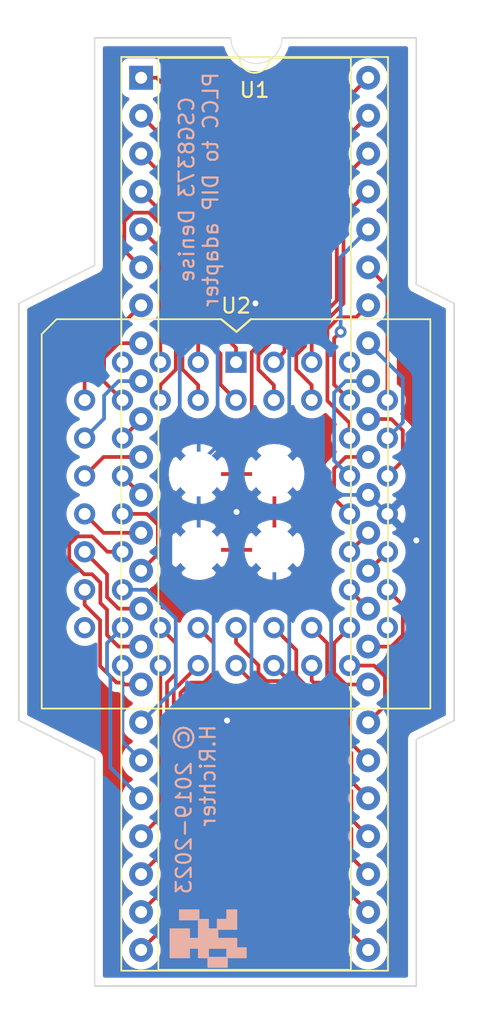
<source format=kicad_pcb>
(kicad_pcb (version 20171130) (host pcbnew "(5.1.6-0)")

  (general
    (thickness 1.6)
    (drawings 18)
    (tracks 316)
    (zones 0)
    (modules 7)
    (nets 53)
  )

  (page A4)
  (layers
    (0 F.Cu signal)
    (31 B.Cu signal)
    (32 B.Adhes user)
    (33 F.Adhes user)
    (34 B.Paste user)
    (35 F.Paste user)
    (36 B.SilkS user)
    (37 F.SilkS user)
    (38 B.Mask user)
    (39 F.Mask user)
    (40 Dwgs.User user)
    (41 Cmts.User user)
    (42 Eco1.User user)
    (43 Eco2.User user)
    (44 Edge.Cuts user)
    (45 Margin user)
    (46 B.CrtYd user)
    (47 F.CrtYd user)
    (48 B.Fab user)
    (49 F.Fab user)
  )

  (setup
    (last_trace_width 0.25)
    (trace_clearance 0.2)
    (zone_clearance 0.508)
    (zone_45_only no)
    (trace_min 0.2)
    (via_size 0.8)
    (via_drill 0.4)
    (via_min_size 0.4)
    (via_min_drill 0.3)
    (uvia_size 0.3)
    (uvia_drill 0.1)
    (uvias_allowed no)
    (uvia_min_size 0.2)
    (uvia_min_drill 0.1)
    (edge_width 0.05)
    (segment_width 0.2)
    (pcb_text_width 0.3)
    (pcb_text_size 1.5 1.5)
    (mod_edge_width 0.12)
    (mod_text_size 1 1)
    (mod_text_width 0.15)
    (pad_size 1.524 1.524)
    (pad_drill 0.762)
    (pad_to_mask_clearance -0.2)
    (pad_to_paste_clearance -0.2)
    (aux_axis_origin 0 0)
    (visible_elements FFFFFF7F)
    (pcbplotparams
      (layerselection 0x010fc_ffffffff)
      (usegerberextensions true)
      (usegerberattributes false)
      (usegerberadvancedattributes false)
      (creategerberjobfile false)
      (excludeedgelayer true)
      (linewidth 0.100000)
      (plotframeref false)
      (viasonmask false)
      (mode 1)
      (useauxorigin false)
      (hpglpennumber 1)
      (hpglpenspeed 20)
      (hpglpendiameter 15.000000)
      (psnegative false)
      (psa4output false)
      (plotreference true)
      (plotvalue true)
      (plotinvisibletext false)
      (padsonsilk false)
      (subtractmaskfromsilk false)
      (outputformat 1)
      (mirror false)
      (drillshape 0)
      (scaleselection 1)
      (outputdirectory "Gerber/"))
  )

  (net 0 "")
  (net 1 /VSS)
  (net 2 /DRD7)
  (net 3 /B0)
  (net 4 /DRD8)
  (net 5 /R3)
  (net 6 /DRD9)
  (net 7 /R2)
  (net 8 /DRD10)
  (net 9 /R1)
  (net 10 /DRD11)
  (net 11 /R0)
  (net 12 /DRD12)
  (net 13 /VDD)
  (net 14 /DRD13)
  (net 15 /BURST)
  (net 16 /DRD14)
  (net 17 /RGA1)
  (net 18 /DRD15)
  (net 19 /RGA2)
  (net 20 /M1V)
  (net 21 /RGA3)
  (net 22 /M0V)
  (net 23 /RGA4)
  (net 24 /RGA5)
  (net 25 /CCK)
  (net 26 /RGA6)
  (net 27 /7M)
  (net 28 /RGA7)
  (net 29 /CDAC)
  (net 30 /RGA8)
  (net 31 /PIXELSW)
  (net 32 /M0H)
  (net 33 /BLANK)
  (net 34 /M1H)
  (net 35 /G3)
  (net 36 /DRD0)
  (net 37 /G2)
  (net 38 /DRD1)
  (net 39 /G1)
  (net 40 /DRD2)
  (net 41 /G0)
  (net 42 /DRD3)
  (net 43 /B3)
  (net 44 /DRD4)
  (net 45 /B2)
  (net 46 /DRD5)
  (net 47 /B1)
  (net 48 /DRD6)
  (net 49 "Net-(U2-Pad47)")
  (net 50 "Net-(U2-Pad34)")
  (net 51 "Net-(U2-Pad20)")
  (net 52 "Net-(U2-Pad7)")

  (net_class Default "Dies ist die voreingestellte Netzklasse."
    (clearance 0.2)
    (trace_width 0.25)
    (via_dia 0.8)
    (via_drill 0.4)
    (uvia_dia 0.3)
    (uvia_drill 0.1)
    (add_net /7M)
    (add_net /B0)
    (add_net /B1)
    (add_net /B2)
    (add_net /B3)
    (add_net /BLANK)
    (add_net /BURST)
    (add_net /CCK)
    (add_net /CDAC)
    (add_net /DRD0)
    (add_net /DRD1)
    (add_net /DRD10)
    (add_net /DRD11)
    (add_net /DRD12)
    (add_net /DRD13)
    (add_net /DRD14)
    (add_net /DRD15)
    (add_net /DRD2)
    (add_net /DRD3)
    (add_net /DRD4)
    (add_net /DRD5)
    (add_net /DRD6)
    (add_net /DRD7)
    (add_net /DRD8)
    (add_net /DRD9)
    (add_net /G0)
    (add_net /G1)
    (add_net /G2)
    (add_net /G3)
    (add_net /M0H)
    (add_net /M0V)
    (add_net /M1H)
    (add_net /M1V)
    (add_net /PIXELSW)
    (add_net /R0)
    (add_net /R1)
    (add_net /R2)
    (add_net /R3)
    (add_net /RGA1)
    (add_net /RGA2)
    (add_net /RGA3)
    (add_net /RGA4)
    (add_net /RGA5)
    (add_net /RGA6)
    (add_net /RGA7)
    (add_net /RGA8)
    (add_net /VDD)
    (add_net /VSS)
    (add_net "Net-(U2-Pad20)")
    (add_net "Net-(U2-Pad34)")
    (add_net "Net-(U2-Pad47)")
    (add_net "Net-(U2-Pad7)")
  )

  (module Bax:baxlogo (layer B.Cu) (tedit 5D2B3466) (tstamp 5E0428F1)
    (at 34.29 88.265 270)
    (fp_text reference REF** (at 0 -3.81 270) (layer B.SilkS) hide
      (effects (font (size 1 1) (thickness 0.15)) (justify mirror))
    )
    (fp_text value baxlogo (at 0 3.6322 270) (layer B.Fab)
      (effects (font (size 1 1) (thickness 0.15)) (justify mirror))
    )
    (fp_poly (pts (xy -0.635 -1.27) (xy -0.635 -1.905) (xy -1.905 -1.905) (xy -1.905 -1.27)) (layer B.SilkS) (width 0.1))
    (fp_poly (pts (xy -0.635 -0.635) (xy -0.635 -1.27) (xy -1.27 -1.27) (xy -1.27 -0.635)) (layer B.SilkS) (width 0.1))
    (fp_poly (pts (xy 0.635 -1.27) (xy 1.27 -1.27) (xy 1.27 -2.54) (xy 0.635 -2.54)) (layer B.SilkS) (width 0.1))
    (fp_poly (pts (xy 0.635 -0.635) (xy 0.635 -1.905) (xy 0 -1.905) (xy 0 -0.635)) (layer B.SilkS) (width 0.1))
    (fp_poly (pts (xy 0.635 0) (xy 0.635 -0.635) (xy -0.635 -0.635) (xy -0.635 0)) (layer B.SilkS) (width 0.1))
    (fp_poly (pts (xy 1.27 0) (xy 1.27 -1.27) (xy 1.905 -1.27) (xy 1.905 0)) (layer B.SilkS) (width 0.1))
    (fp_poly (pts (xy -0.635 0.635) (xy 1.27 0.635) (xy 1.27 0) (xy -0.635 0)) (layer B.SilkS) (width 0.1))
    (fp_poly (pts (xy -1.27 0.635) (xy -1.27 1.905) (xy -1.905 1.905) (xy -1.905 0.635)) (layer B.SilkS) (width 0.1))
    (fp_poly (pts (xy -0.635 0.635) (xy -1.27 0.635) (xy -1.27 0) (xy -0.635 0)) (layer B.SilkS) (width 0.1))
    (fp_poly (pts (xy 0 1.27) (xy 0 0.635) (xy 0.635 0.635) (xy 0.635 1.27)) (layer B.SilkS) (width 0.1))
    (fp_poly (pts (xy -0.635 2.54) (xy 1.27 2.54) (xy 1.27 1.27) (xy -0.635 1.27)) (layer B.SilkS) (width 0.1))
  )

  (module Package_LCC:PLCC-52_THT-Socket (layer F.Cu) (tedit 5A02ECC8) (tstamp 5E03CF7D)
    (at 36.16 49.66)
    (descr "PLCC, 52 pins, through hole")
    (tags "plcc leaded")
    (path /5E03A1AD)
    (fp_text reference U2 (at 0 -3.78) (layer F.SilkS)
      (effects (font (size 1 1) (thickness 0.15)))
    )
    (fp_text value Denise_PLCC (at 0 24.1) (layer F.Fab)
      (effects (font (size 1 1) (thickness 0.15)))
    )
    (fp_line (start -11.94 -2.78) (end -12.94 -1.78) (layer F.Fab) (width 0.1))
    (fp_line (start -12.94 -1.78) (end -12.94 23.1) (layer F.Fab) (width 0.1))
    (fp_line (start -12.94 23.1) (end 12.94 23.1) (layer F.Fab) (width 0.1))
    (fp_line (start 12.94 23.1) (end 12.94 -2.78) (layer F.Fab) (width 0.1))
    (fp_line (start 12.94 -2.78) (end -11.94 -2.78) (layer F.Fab) (width 0.1))
    (fp_line (start -13.4 -3.24) (end -13.4 23.56) (layer F.CrtYd) (width 0.05))
    (fp_line (start -13.4 23.56) (end 13.4 23.56) (layer F.CrtYd) (width 0.05))
    (fp_line (start 13.4 23.56) (end 13.4 -3.24) (layer F.CrtYd) (width 0.05))
    (fp_line (start 13.4 -3.24) (end -13.4 -3.24) (layer F.CrtYd) (width 0.05))
    (fp_line (start -10.4 -0.24) (end -10.4 20.56) (layer F.Fab) (width 0.1))
    (fp_line (start -10.4 20.56) (end 10.4 20.56) (layer F.Fab) (width 0.1))
    (fp_line (start 10.4 20.56) (end 10.4 -0.24) (layer F.Fab) (width 0.1))
    (fp_line (start 10.4 -0.24) (end -10.4 -0.24) (layer F.Fab) (width 0.1))
    (fp_line (start -0.5 -2.78) (end 0 -1.78) (layer F.Fab) (width 0.1))
    (fp_line (start 0 -1.78) (end 0.5 -2.78) (layer F.Fab) (width 0.1))
    (fp_line (start -1 -2.88) (end -12.04 -2.88) (layer F.SilkS) (width 0.12))
    (fp_line (start -12.04 -2.88) (end -13.04 -1.88) (layer F.SilkS) (width 0.12))
    (fp_line (start -13.04 -1.88) (end -13.04 23.2) (layer F.SilkS) (width 0.12))
    (fp_line (start -13.04 23.2) (end 13.04 23.2) (layer F.SilkS) (width 0.12))
    (fp_line (start 13.04 23.2) (end 13.04 -2.88) (layer F.SilkS) (width 0.12))
    (fp_line (start 13.04 -2.88) (end 1 -2.88) (layer F.SilkS) (width 0.12))
    (fp_text user %R (at 0 10.16) (layer F.Fab)
      (effects (font (size 1 1) (thickness 0.15)))
    )
    (pad 46 thru_hole circle (at 10.16 2.54) (size 1.4224 1.4224) (drill 0.8) (layers *.Cu *.Mask)
      (net 12 /DRD12))
    (pad 44 thru_hole circle (at 10.16 5.08) (size 1.4224 1.4224) (drill 0.8) (layers *.Cu *.Mask)
      (net 16 /DRD14))
    (pad 42 thru_hole circle (at 10.16 7.62) (size 1.4224 1.4224) (drill 0.8) (layers *.Cu *.Mask)
      (net 20 /M1V))
    (pad 40 thru_hole circle (at 10.16 10.16) (size 1.4224 1.4224) (drill 0.8) (layers *.Cu *.Mask)
      (net 1 /VSS))
    (pad 38 thru_hole circle (at 10.16 12.7) (size 1.4224 1.4224) (drill 0.8) (layers *.Cu *.Mask)
      (net 27 /7M))
    (pad 36 thru_hole circle (at 10.16 15.24) (size 1.4224 1.4224) (drill 0.8) (layers *.Cu *.Mask)
      (net 31 /PIXELSW))
    (pad 47 thru_hole circle (at 7.62 0) (size 1.4224 1.4224) (drill 0.8) (layers *.Cu *.Mask)
      (net 49 "Net-(U2-Pad47)"))
    (pad 45 thru_hole circle (at 7.62 5.08) (size 1.4224 1.4224) (drill 0.8) (layers *.Cu *.Mask)
      (net 14 /DRD13))
    (pad 43 thru_hole circle (at 7.62 7.62) (size 1.4224 1.4224) (drill 0.8) (layers *.Cu *.Mask)
      (net 18 /DRD15))
    (pad 41 thru_hole circle (at 7.62 10.16) (size 1.4224 1.4224) (drill 0.8) (layers *.Cu *.Mask)
      (net 22 /M0V))
    (pad 39 thru_hole circle (at 7.62 12.7) (size 1.4224 1.4224) (drill 0.8) (layers *.Cu *.Mask)
      (net 25 /CCK))
    (pad 37 thru_hole circle (at 7.62 15.24) (size 1.4224 1.4224) (drill 0.8) (layers *.Cu *.Mask)
      (net 29 /CDAC))
    (pad 35 thru_hole circle (at 7.62 17.78) (size 1.4224 1.4224) (drill 0.8) (layers *.Cu *.Mask)
      (net 33 /BLANK))
    (pad 33 thru_hole circle (at 7.62 20.32) (size 1.4224 1.4224) (drill 0.8) (layers *.Cu *.Mask)
      (net 35 /G3))
    (pad 31 thru_hole circle (at 5.08 20.32) (size 1.4224 1.4224) (drill 0.8) (layers *.Cu *.Mask)
      (net 39 /G1))
    (pad 29 thru_hole circle (at 2.54 20.32) (size 1.4224 1.4224) (drill 0.8) (layers *.Cu *.Mask)
      (net 43 /B3))
    (pad 27 thru_hole circle (at 0 20.32) (size 1.4224 1.4224) (drill 0.8) (layers *.Cu *.Mask)
      (net 47 /B1))
    (pad 25 thru_hole circle (at -2.54 20.32) (size 1.4224 1.4224) (drill 0.8) (layers *.Cu *.Mask)
      (net 5 /R3))
    (pad 23 thru_hole circle (at -5.08 20.32) (size 1.4224 1.4224) (drill 0.8) (layers *.Cu *.Mask)
      (net 9 /R1))
    (pad 21 thru_hole circle (at -7.62 20.32) (size 1.4224 1.4224) (drill 0.8) (layers *.Cu *.Mask)
      (net 13 /VDD))
    (pad 34 thru_hole circle (at 10.16 17.78) (size 1.4224 1.4224) (drill 0.8) (layers *.Cu *.Mask)
      (net 50 "Net-(U2-Pad34)"))
    (pad 32 thru_hole circle (at 5.08 17.78) (size 1.4224 1.4224) (drill 0.8) (layers *.Cu *.Mask)
      (net 37 /G2))
    (pad 30 thru_hole circle (at 2.54 17.78) (size 1.4224 1.4224) (drill 0.8) (layers *.Cu *.Mask)
      (net 41 /G0))
    (pad 28 thru_hole circle (at 0 17.78) (size 1.4224 1.4224) (drill 0.8) (layers *.Cu *.Mask)
      (net 45 /B2))
    (pad 26 thru_hole circle (at -2.54 17.78) (size 1.4224 1.4224) (drill 0.8) (layers *.Cu *.Mask)
      (net 3 /B0))
    (pad 24 thru_hole circle (at -5.08 17.78) (size 1.4224 1.4224) (drill 0.8) (layers *.Cu *.Mask)
      (net 7 /R2))
    (pad 22 thru_hole circle (at -7.62 17.78) (size 1.4224 1.4224) (drill 0.8) (layers *.Cu *.Mask)
      (net 11 /R0))
    (pad 20 thru_hole circle (at -10.16 17.78) (size 1.4224 1.4224) (drill 0.8) (layers *.Cu *.Mask)
      (net 51 "Net-(U2-Pad20)"))
    (pad 18 thru_hole circle (at -10.16 15.24) (size 1.4224 1.4224) (drill 0.8) (layers *.Cu *.Mask)
      (net 17 /RGA1))
    (pad 16 thru_hole circle (at -10.16 12.7) (size 1.4224 1.4224) (drill 0.8) (layers *.Cu *.Mask)
      (net 21 /RGA3))
    (pad 14 thru_hole circle (at -10.16 10.16) (size 1.4224 1.4224) (drill 0.8) (layers *.Cu *.Mask)
      (net 24 /RGA5))
    (pad 12 thru_hole circle (at -10.16 7.62) (size 1.4224 1.4224) (drill 0.8) (layers *.Cu *.Mask)
      (net 28 /RGA7))
    (pad 10 thru_hole circle (at -10.16 5.08) (size 1.4224 1.4224) (drill 0.8) (layers *.Cu *.Mask)
      (net 32 /M0H))
    (pad 8 thru_hole circle (at -10.16 2.54) (size 1.4224 1.4224) (drill 0.8) (layers *.Cu *.Mask)
      (net 36 /DRD0))
    (pad 19 thru_hole circle (at -7.62 15.24) (size 1.4224 1.4224) (drill 0.8) (layers *.Cu *.Mask)
      (net 15 /BURST))
    (pad 17 thru_hole circle (at -7.62 12.7) (size 1.4224 1.4224) (drill 0.8) (layers *.Cu *.Mask)
      (net 19 /RGA2))
    (pad 15 thru_hole circle (at -7.62 10.16) (size 1.4224 1.4224) (drill 0.8) (layers *.Cu *.Mask)
      (net 23 /RGA4))
    (pad 13 thru_hole circle (at -7.62 7.62) (size 1.4224 1.4224) (drill 0.8) (layers *.Cu *.Mask)
      (net 26 /RGA6))
    (pad 11 thru_hole circle (at -7.62 5.08) (size 1.4224 1.4224) (drill 0.8) (layers *.Cu *.Mask)
      (net 30 /RGA8))
    (pad 9 thru_hole circle (at -7.62 2.54) (size 1.4224 1.4224) (drill 0.8) (layers *.Cu *.Mask)
      (net 34 /M1H))
    (pad 49 thru_hole circle (at 5.08 0) (size 1.4224 1.4224) (drill 0.8) (layers *.Cu *.Mask)
      (net 8 /DRD10))
    (pad 51 thru_hole circle (at 2.54 0) (size 1.4224 1.4224) (drill 0.8) (layers *.Cu *.Mask)
      (net 4 /DRD8))
    (pad 7 thru_hole circle (at -7.62 0) (size 1.4224 1.4224) (drill 0.8) (layers *.Cu *.Mask)
      (net 52 "Net-(U2-Pad7)"))
    (pad 5 thru_hole circle (at -5.08 0) (size 1.4224 1.4224) (drill 0.8) (layers *.Cu *.Mask)
      (net 40 /DRD2))
    (pad 3 thru_hole circle (at -2.54 0) (size 1.4224 1.4224) (drill 0.8) (layers *.Cu *.Mask)
      (net 44 /DRD4))
    (pad 1 thru_hole rect (at 0 0) (size 1.4224 1.4224) (drill 0.8) (layers *.Cu *.Mask)
      (net 48 /DRD6))
    (pad 48 thru_hole circle (at 7.62 2.54) (size 1.4224 1.4224) (drill 0.8) (layers *.Cu *.Mask)
      (net 10 /DRD11))
    (pad 50 thru_hole circle (at 5.08 2.54) (size 1.4224 1.4224) (drill 0.8) (layers *.Cu *.Mask)
      (net 6 /DRD9))
    (pad 52 thru_hole circle (at 2.54 2.54) (size 1.4224 1.4224) (drill 0.8) (layers *.Cu *.Mask)
      (net 2 /DRD7))
    (pad 6 thru_hole circle (at -5.08 2.54) (size 1.4224 1.4224) (drill 0.8) (layers *.Cu *.Mask)
      (net 38 /DRD1))
    (pad 4 thru_hole circle (at -2.54 2.54) (size 1.4224 1.4224) (drill 0.8) (layers *.Cu *.Mask)
      (net 42 /DRD3))
    (pad 2 thru_hole circle (at 0 2.54) (size 1.4224 1.4224) (drill 0.8) (layers *.Cu *.Mask)
      (net 46 /DRD5))
    (model ${KISYS3DMOD}/Package_LCC.3dshapes/PLCC-52_THT-Socket.wrl
      (at (xyz 0 0 0))
      (scale (xyz 1 1 1))
      (rotate (xyz 0 0 0))
    )
  )

  (module Package_DIP:DIP-48_W15.24mm_Socket (layer F.Cu) (tedit 5A02E8C5) (tstamp 5E03CF2F)
    (at 29.79 30.608)
    (descr "48-lead though-hole mounted DIP package, row spacing 15.24 mm (600 mils), Socket")
    (tags "THT DIP DIL PDIP 2.54mm 15.24mm 600mil Socket")
    (path /5E017D8F)
    (fp_text reference U1 (at 7.6115 0.8245) (layer F.SilkS)
      (effects (font (size 1 1) (thickness 0.15)))
    )
    (fp_text value Denise (at 7.62 60.75) (layer F.Fab)
      (effects (font (size 1 1) (thickness 0.15)))
    )
    (fp_line (start 1.255 -1.27) (end 14.985 -1.27) (layer F.Fab) (width 0.1))
    (fp_line (start 14.985 -1.27) (end 14.985 59.69) (layer F.Fab) (width 0.1))
    (fp_line (start 14.985 59.69) (end 0.255 59.69) (layer F.Fab) (width 0.1))
    (fp_line (start 0.255 59.69) (end 0.255 -0.27) (layer F.Fab) (width 0.1))
    (fp_line (start 0.255 -0.27) (end 1.255 -1.27) (layer F.Fab) (width 0.1))
    (fp_line (start -1.27 -1.33) (end -1.27 59.75) (layer F.Fab) (width 0.1))
    (fp_line (start -1.27 59.75) (end 16.51 59.75) (layer F.Fab) (width 0.1))
    (fp_line (start 16.51 59.75) (end 16.51 -1.33) (layer F.Fab) (width 0.1))
    (fp_line (start 16.51 -1.33) (end -1.27 -1.33) (layer F.Fab) (width 0.1))
    (fp_line (start 6.62 -1.33) (end 1.16 -1.33) (layer F.SilkS) (width 0.12))
    (fp_line (start 1.16 -1.33) (end 1.16 59.75) (layer F.SilkS) (width 0.12))
    (fp_line (start 1.16 59.75) (end 14.08 59.75) (layer F.SilkS) (width 0.12))
    (fp_line (start 14.08 59.75) (end 14.08 -1.33) (layer F.SilkS) (width 0.12))
    (fp_line (start 14.08 -1.33) (end 8.62 -1.33) (layer F.SilkS) (width 0.12))
    (fp_line (start -1.33 -1.39) (end -1.33 59.81) (layer F.SilkS) (width 0.12))
    (fp_line (start -1.33 59.81) (end 16.57 59.81) (layer F.SilkS) (width 0.12))
    (fp_line (start 16.57 59.81) (end 16.57 -1.39) (layer F.SilkS) (width 0.12))
    (fp_line (start 16.57 -1.39) (end -1.33 -1.39) (layer F.SilkS) (width 0.12))
    (fp_line (start -1.55 -1.6) (end -1.55 60) (layer F.CrtYd) (width 0.05))
    (fp_line (start -1.55 60) (end 16.8 60) (layer F.CrtYd) (width 0.05))
    (fp_line (start 16.8 60) (end 16.8 -1.6) (layer F.CrtYd) (width 0.05))
    (fp_line (start 16.8 -1.6) (end -1.55 -1.6) (layer F.CrtYd) (width 0.05))
    (fp_arc (start 7.62 -1.33) (end 6.62 -1.33) (angle -180) (layer F.SilkS) (width 0.12))
    (fp_text user %R (at 7.62 29.21) (layer F.Fab)
      (effects (font (size 1 1) (thickness 0.15)))
    )
    (pad 48 thru_hole oval (at 15.24 0) (size 1.6 1.6) (drill 0.8) (layers *.Cu *.Mask)
      (net 2 /DRD7))
    (pad 24 thru_hole oval (at 0 58.42) (size 1.6 1.6) (drill 0.8) (layers *.Cu *.Mask)
      (net 3 /B0))
    (pad 47 thru_hole oval (at 15.24 2.54) (size 1.6 1.6) (drill 0.8) (layers *.Cu *.Mask)
      (net 4 /DRD8))
    (pad 23 thru_hole oval (at 0 55.88) (size 1.6 1.6) (drill 0.8) (layers *.Cu *.Mask)
      (net 5 /R3))
    (pad 46 thru_hole oval (at 15.24 5.08) (size 1.6 1.6) (drill 0.8) (layers *.Cu *.Mask)
      (net 6 /DRD9))
    (pad 22 thru_hole oval (at 0 53.34) (size 1.6 1.6) (drill 0.8) (layers *.Cu *.Mask)
      (net 7 /R2))
    (pad 45 thru_hole oval (at 15.24 7.62) (size 1.6 1.6) (drill 0.8) (layers *.Cu *.Mask)
      (net 8 /DRD10))
    (pad 21 thru_hole oval (at 0 50.8) (size 1.6 1.6) (drill 0.8) (layers *.Cu *.Mask)
      (net 9 /R1))
    (pad 44 thru_hole oval (at 15.24 10.16) (size 1.6 1.6) (drill 0.8) (layers *.Cu *.Mask)
      (net 10 /DRD11))
    (pad 20 thru_hole oval (at 0 48.26) (size 1.6 1.6) (drill 0.8) (layers *.Cu *.Mask)
      (net 11 /R0))
    (pad 43 thru_hole oval (at 15.24 12.7) (size 1.6 1.6) (drill 0.8) (layers *.Cu *.Mask)
      (net 12 /DRD12))
    (pad 19 thru_hole oval (at 0 45.72) (size 1.6 1.6) (drill 0.8) (layers *.Cu *.Mask)
      (net 13 /VDD))
    (pad 42 thru_hole oval (at 15.24 15.24) (size 1.6 1.6) (drill 0.8) (layers *.Cu *.Mask)
      (net 14 /DRD13))
    (pad 18 thru_hole oval (at 0 43.18) (size 1.6 1.6) (drill 0.8) (layers *.Cu *.Mask)
      (net 15 /BURST))
    (pad 41 thru_hole oval (at 15.24 17.78) (size 1.6 1.6) (drill 0.8) (layers *.Cu *.Mask)
      (net 16 /DRD14))
    (pad 17 thru_hole oval (at 0 40.64) (size 1.6 1.6) (drill 0.8) (layers *.Cu *.Mask)
      (net 17 /RGA1))
    (pad 40 thru_hole oval (at 15.24 20.32) (size 1.6 1.6) (drill 0.8) (layers *.Cu *.Mask)
      (net 18 /DRD15))
    (pad 16 thru_hole oval (at 0 38.1) (size 1.6 1.6) (drill 0.8) (layers *.Cu *.Mask)
      (net 19 /RGA2))
    (pad 39 thru_hole oval (at 15.24 22.86) (size 1.6 1.6) (drill 0.8) (layers *.Cu *.Mask)
      (net 20 /M1V))
    (pad 15 thru_hole oval (at 0 35.56) (size 1.6 1.6) (drill 0.8) (layers *.Cu *.Mask)
      (net 21 /RGA3))
    (pad 38 thru_hole oval (at 15.24 25.4) (size 1.6 1.6) (drill 0.8) (layers *.Cu *.Mask)
      (net 22 /M0V))
    (pad 14 thru_hole oval (at 0 33.02) (size 1.6 1.6) (drill 0.8) (layers *.Cu *.Mask)
      (net 23 /RGA4))
    (pad 37 thru_hole oval (at 15.24 27.94) (size 1.6 1.6) (drill 0.8) (layers *.Cu *.Mask)
      (net 1 /VSS))
    (pad 13 thru_hole oval (at 0 30.48) (size 1.6 1.6) (drill 0.8) (layers *.Cu *.Mask)
      (net 24 /RGA5))
    (pad 36 thru_hole oval (at 15.24 30.48) (size 1.6 1.6) (drill 0.8) (layers *.Cu *.Mask)
      (net 25 /CCK))
    (pad 12 thru_hole oval (at 0 27.94) (size 1.6 1.6) (drill 0.8) (layers *.Cu *.Mask)
      (net 26 /RGA6))
    (pad 35 thru_hole oval (at 15.24 33.02) (size 1.6 1.6) (drill 0.8) (layers *.Cu *.Mask)
      (net 27 /7M))
    (pad 11 thru_hole oval (at 0 25.4) (size 1.6 1.6) (drill 0.8) (layers *.Cu *.Mask)
      (net 28 /RGA7))
    (pad 34 thru_hole oval (at 15.24 35.56) (size 1.6 1.6) (drill 0.8) (layers *.Cu *.Mask)
      (net 29 /CDAC))
    (pad 10 thru_hole oval (at 0 22.86) (size 1.6 1.6) (drill 0.8) (layers *.Cu *.Mask)
      (net 30 /RGA8))
    (pad 33 thru_hole oval (at 15.24 38.1) (size 1.6 1.6) (drill 0.8) (layers *.Cu *.Mask)
      (net 31 /PIXELSW))
    (pad 9 thru_hole oval (at 0 20.32) (size 1.6 1.6) (drill 0.8) (layers *.Cu *.Mask)
      (net 32 /M0H))
    (pad 32 thru_hole oval (at 15.24 40.64) (size 1.6 1.6) (drill 0.8) (layers *.Cu *.Mask)
      (net 33 /BLANK))
    (pad 8 thru_hole oval (at 0 17.78) (size 1.6 1.6) (drill 0.8) (layers *.Cu *.Mask)
      (net 34 /M1H))
    (pad 31 thru_hole oval (at 15.24 43.18) (size 1.6 1.6) (drill 0.8) (layers *.Cu *.Mask)
      (net 35 /G3))
    (pad 7 thru_hole oval (at 0 15.24) (size 1.6 1.6) (drill 0.8) (layers *.Cu *.Mask)
      (net 36 /DRD0))
    (pad 30 thru_hole oval (at 15.24 45.72) (size 1.6 1.6) (drill 0.8) (layers *.Cu *.Mask)
      (net 37 /G2))
    (pad 6 thru_hole oval (at 0 12.7) (size 1.6 1.6) (drill 0.8) (layers *.Cu *.Mask)
      (net 38 /DRD1))
    (pad 29 thru_hole oval (at 15.24 48.26) (size 1.6 1.6) (drill 0.8) (layers *.Cu *.Mask)
      (net 39 /G1))
    (pad 5 thru_hole oval (at 0 10.16) (size 1.6 1.6) (drill 0.8) (layers *.Cu *.Mask)
      (net 40 /DRD2))
    (pad 28 thru_hole oval (at 15.24 50.8) (size 1.6 1.6) (drill 0.8) (layers *.Cu *.Mask)
      (net 41 /G0))
    (pad 4 thru_hole oval (at 0 7.62) (size 1.6 1.6) (drill 0.8) (layers *.Cu *.Mask)
      (net 42 /DRD3))
    (pad 27 thru_hole oval (at 15.24 53.34) (size 1.6 1.6) (drill 0.8) (layers *.Cu *.Mask)
      (net 43 /B3))
    (pad 3 thru_hole oval (at 0 5.08) (size 1.6 1.6) (drill 0.8) (layers *.Cu *.Mask)
      (net 44 /DRD4))
    (pad 26 thru_hole oval (at 15.24 55.88) (size 1.6 1.6) (drill 0.8) (layers *.Cu *.Mask)
      (net 45 /B2))
    (pad 2 thru_hole oval (at 0 2.54) (size 1.6 1.6) (drill 0.8) (layers *.Cu *.Mask)
      (net 46 /DRD5))
    (pad 25 thru_hole oval (at 15.24 58.42) (size 1.6 1.6) (drill 0.8) (layers *.Cu *.Mask)
      (net 47 /B1))
    (pad 1 thru_hole rect (at 0 0) (size 1.6 1.6) (drill 0.8) (layers *.Cu *.Mask)
      (net 48 /DRD6))
    (model ${KISYS3DMOD}/Package_DIP.3dshapes/DIP-48_W15.24mm_Socket.wrl
      (at (xyz 0 0 0))
      (scale (xyz 1 1 1))
      (rotate (xyz 0 0 0))
    )
  )

  (module MountingHole:MountingHole_3mm (layer F.Cu) (tedit 56D1B4CB) (tstamp 5E03D225)
    (at 33.655 57.15)
    (descr "Mounting Hole 3mm, no annular")
    (tags "mounting hole 3mm no annular")
    (path /5E056143)
    (attr virtual)
    (fp_text reference J4 (at 0 -4) (layer F.SilkS) hide
      (effects (font (size 1 1) (thickness 0.15)))
    )
    (fp_text value Conn_01x01 (at 0 4) (layer F.Fab)
      (effects (font (size 1 1) (thickness 0.15)))
    )
    (fp_circle (center 0 0) (end 3 0) (layer Cmts.User) (width 0.15))
    (fp_circle (center 0 0) (end 3.25 0) (layer F.CrtYd) (width 0.05))
    (fp_text user %R (at 0.3 0) (layer F.Fab)
      (effects (font (size 1 1) (thickness 0.15)))
    )
    (pad 1 np_thru_hole circle (at 0 0) (size 3 3) (drill 3) (layers *.Cu *.Mask)
      (net 1 /VSS))
  )

  (module MountingHole:MountingHole_3mm (layer F.Cu) (tedit 56D1B4CB) (tstamp 5E03CEDB)
    (at 38.735 62.23)
    (descr "Mounting Hole 3mm, no annular")
    (tags "mounting hole 3mm no annular")
    (path /5E055F22)
    (attr virtual)
    (fp_text reference J3 (at 0 -4) (layer F.SilkS) hide
      (effects (font (size 1 1) (thickness 0.15)))
    )
    (fp_text value Conn_01x01 (at 0 4) (layer F.Fab)
      (effects (font (size 1 1) (thickness 0.15)))
    )
    (fp_circle (center 0 0) (end 3 0) (layer Cmts.User) (width 0.15))
    (fp_circle (center 0 0) (end 3.25 0) (layer F.CrtYd) (width 0.05))
    (fp_text user %R (at 0.3 0) (layer F.Fab)
      (effects (font (size 1 1) (thickness 0.15)))
    )
    (pad 1 np_thru_hole circle (at 0 0) (size 3 3) (drill 3) (layers *.Cu *.Mask)
      (net 1 /VSS))
  )

  (module MountingHole:MountingHole_3mm (layer F.Cu) (tedit 56D1B4CB) (tstamp 5E03CED3)
    (at 33.655 62.23)
    (descr "Mounting Hole 3mm, no annular")
    (tags "mounting hole 3mm no annular")
    (path /5E055CB9)
    (attr virtual)
    (fp_text reference J2 (at 0 -4) (layer F.SilkS) hide
      (effects (font (size 1 1) (thickness 0.15)))
    )
    (fp_text value Conn_01x01 (at 0 4) (layer F.Fab)
      (effects (font (size 1 1) (thickness 0.15)))
    )
    (fp_circle (center 0 0) (end 3 0) (layer Cmts.User) (width 0.15))
    (fp_circle (center 0 0) (end 3.25 0) (layer F.CrtYd) (width 0.05))
    (fp_text user %R (at 0.3 0) (layer F.Fab)
      (effects (font (size 1 1) (thickness 0.15)))
    )
    (pad 1 np_thru_hole circle (at 0 0) (size 3 3) (drill 3) (layers *.Cu *.Mask)
      (net 1 /VSS))
  )

  (module MountingHole:MountingHole_3mm (layer F.Cu) (tedit 56D1B4CB) (tstamp 5E03CECB)
    (at 38.735 57.15)
    (descr "Mounting Hole 3mm, no annular")
    (tags "mounting hole 3mm no annular")
    (path /5E05583E)
    (attr virtual)
    (fp_text reference J1 (at 0 -4) (layer F.SilkS) hide
      (effects (font (size 1 1) (thickness 0.15)))
    )
    (fp_text value Conn_01x01 (at 0 4) (layer F.Fab)
      (effects (font (size 1 1) (thickness 0.15)))
    )
    (fp_circle (center 0 0) (end 3 0) (layer Cmts.User) (width 0.15))
    (fp_circle (center 0 0) (end 3.25 0) (layer F.CrtYd) (width 0.05))
    (fp_text user %R (at 0.3 0) (layer F.Fab)
      (effects (font (size 1 1) (thickness 0.15)))
    )
    (pad 1 np_thru_hole circle (at 0 0) (size 3 3) (drill 3) (layers *.Cu *.Mask)
      (net 1 /VSS))
  )

  (gr_line (start 39.243 27.94) (end 48.26 27.94) (layer Edge.Cuts) (width 0.1) (tstamp 64006D36))
  (gr_arc (start 37.5285 27.94) (end 35.814 27.94) (angle -180) (layer Edge.Cuts) (width 0.05))
  (gr_text "CSG8373 Denise\nPLCC to DIP adapter" (at 33.655 38.1 90) (layer B.SilkS)
    (effects (font (size 1 1) (thickness 0.15)) (justify mirror))
  )
  (gr_text "© 2019-2023\nH.Richter" (at 33.4645 73.8505 90) (layer B.SilkS)
    (effects (font (size 1 1) (thickness 0.15)) (justify left mirror))
  )
  (gr_line (start 36.195 47.625) (end 37.16 46.78) (layer F.SilkS) (width 0.15))
  (gr_line (start 35.16 46.78) (end 36.195 47.625) (layer F.SilkS) (width 0.15))
  (gr_line (start 48.26 27.94) (end 48.26 44.45) (layer Edge.Cuts) (width 0.1))
  (gr_line (start 26.67 27.94) (end 35.814 27.94) (layer Edge.Cuts) (width 0.1))
  (gr_line (start 26.67 43.18) (end 26.67 27.94) (layer Edge.Cuts) (width 0.1))
  (gr_line (start 21.59 45.72) (end 26.67 43.18) (layer Edge.Cuts) (width 0.1))
  (gr_line (start 21.59 73.66) (end 21.59 45.72) (layer Edge.Cuts) (width 0.1))
  (gr_line (start 26.67 76.2) (end 21.59 73.66) (layer Edge.Cuts) (width 0.1))
  (gr_line (start 26.67 91.44) (end 26.67 76.2) (layer Edge.Cuts) (width 0.1))
  (gr_line (start 48.26 91.44) (end 26.67 91.44) (layer Edge.Cuts) (width 0.1))
  (gr_line (start 48.26 74.93) (end 48.26 91.44) (layer Edge.Cuts) (width 0.1))
  (gr_line (start 50.8 73.66) (end 48.26 74.93) (layer Edge.Cuts) (width 0.1))
  (gr_line (start 50.8 45.72) (end 50.8 73.66) (layer Edge.Cuts) (width 0.1))
  (gr_line (start 48.26 44.45) (end 50.8 45.72) (layer Edge.Cuts) (width 0.1))

  (via (at 35.56 73.66) (size 0.8) (drill 0.4) (layers F.Cu B.Cu) (net 1))
  (segment (start 45.03 58.548) (end 48.077 61.595) (width 0.25) (layer B.Cu) (net 1))
  (segment (start 48.077 61.595) (end 48.26 61.595) (width 0.25) (layer B.Cu) (net 1))
  (via (at 48.26 61.595) (size 0.8) (drill 0.4) (layers F.Cu B.Cu) (net 1))
  (segment (start 45.03 58.548) (end 45.048 58.548) (width 0.25) (layer F.Cu) (net 1))
  (segment (start 45.048 58.548) (end 46.32 59.82) (width 0.25) (layer F.Cu) (net 1))
  (segment (start 37.465 45.72) (end 34.925 48.26) (width 0.25) (layer B.Cu) (net 1))
  (segment (start 34.925 48.26) (end 34.925 55.245) (width 0.25) (layer B.Cu) (net 1))
  (segment (start 34.925 55.245) (end 33.655 56.515) (width 0.25) (layer B.Cu) (net 1))
  (segment (start 33.655 56.515) (end 33.655 62.23) (width 0.25) (layer B.Cu) (net 1))
  (segment (start 41.275 55.88) (end 41.275 59.69) (width 0.25) (layer B.Cu) (net 1))
  (segment (start 41.275 59.69) (end 38.735 62.23) (width 0.25) (layer B.Cu) (net 1))
  (segment (start 39.736201 54.341201) (end 41.275 55.88) (width 0.25) (layer B.Cu) (net 1))
  (segment (start 37.465 46.355) (end 39.736201 48.626201) (width 0.25) (layer B.Cu) (net 1))
  (segment (start 39.736201 48.626201) (end 39.736201 54.341201) (width 0.25) (layer B.Cu) (net 1))
  (segment (start 37.465 45.72) (end 37.465 46.355) (width 0.25) (layer B.Cu) (net 1))
  (segment (start 32.385 53.34) (end 33.655 54.61) (width 0.25) (layer B.Cu) (net 1))
  (segment (start 33.655 54.61) (end 33.655 57.15) (width 0.25) (layer B.Cu) (net 1))
  (segment (start 32.385 49.361422) (end 32.385 53.34) (width 0.25) (layer B.Cu) (net 1))
  (segment (start 37.465 45.72) (end 36.026422 45.72) (width 0.25) (layer B.Cu) (net 1))
  (segment (start 36.026422 45.72) (end 32.385 49.361422) (width 0.25) (layer B.Cu) (net 1))
  (via (at 37.465 45.72) (size 0.8) (drill 0.4) (layers F.Cu B.Cu) (net 1))
  (segment (start 38.735 57.15) (end 33.655 57.15) (width 0.25) (layer F.Cu) (net 1))
  (segment (start 38.735 62.23) (end 38.735 57.15) (width 0.25) (layer F.Cu) (net 1))
  (segment (start 33.655 62.23) (end 38.735 62.23) (width 0.25) (layer F.Cu) (net 1))
  (segment (start 33.655 57.15) (end 33.655 62.23) (width 0.25) (layer F.Cu) (net 1))
  (segment (start 45.03 58.548) (end 40.133 58.548) (width 0.25) (layer B.Cu) (net 1))
  (segment (start 40.133 58.548) (end 38.735 57.15) (width 0.25) (layer B.Cu) (net 1))
  (segment (start 34.656201 72.756201) (end 34.656201 66.406201) (width 0.25) (layer B.Cu) (net 1))
  (segment (start 35.56 73.66) (end 34.656201 72.756201) (width 0.25) (layer B.Cu) (net 1))
  (segment (start 34.656201 66.406201) (end 31.75 63.5) (width 0.25) (layer B.Cu) (net 1))
  (segment (start 31.75 63.5) (end 31.75 59.055) (width 0.25) (layer B.Cu) (net 1))
  (segment (start 31.75 59.055) (end 33.655 57.15) (width 0.25) (layer B.Cu) (net 1))
  (segment (start 35.154999 63.729999) (end 33.655 62.23) (width 0.25) (layer B.Cu) (net 1))
  (segment (start 37.196201 65.771201) (end 35.154999 63.729999) (width 0.25) (layer B.Cu) (net 1))
  (segment (start 37.196201 72.023799) (end 37.196201 65.771201) (width 0.25) (layer B.Cu) (net 1))
  (segment (start 35.56 73.66) (end 37.196201 72.023799) (width 0.25) (layer B.Cu) (net 1))
  (segment (start 38.735 64.35132) (end 38.735 62.23) (width 0.25) (layer B.Cu) (net 1))
  (segment (start 39.736201 65.352521) (end 38.735 64.35132) (width 0.25) (layer B.Cu) (net 1))
  (segment (start 39.736201 70.477377) (end 39.736201 65.352521) (width 0.25) (layer B.Cu) (net 1))
  (segment (start 36.553578 73.66) (end 39.736201 70.477377) (width 0.25) (layer B.Cu) (net 1))
  (segment (start 35.56 73.66) (end 36.553578 73.66) (width 0.25) (layer B.Cu) (net 1))
  (segment (start 35.56 73.66) (end 39.37 73.66) (width 0.25) (layer B.Cu) (net 1))
  (segment (start 39.37 73.66) (end 42.545 70.485) (width 0.25) (layer B.Cu) (net 1))
  (segment (start 42.545 70.485) (end 42.545 66.04) (width 0.25) (layer B.Cu) (net 1))
  (segment (start 42.545 66.04) (end 41.275 64.77) (width 0.25) (layer B.Cu) (net 1))
  (segment (start 41.275 64.77) (end 41.275 59.69) (width 0.25) (layer B.Cu) (net 1))
  (segment (start 41.275 59.69) (end 38.735 57.15) (width 0.25) (layer B.Cu) (net 1))
  (segment (start 37.235001 55.650001) (end 38.735 57.15) (width 0.25) (layer F.Cu) (net 1))
  (segment (start 37.213789 55.628789) (end 37.235001 55.650001) (width 0.25) (layer F.Cu) (net 1))
  (segment (start 37.213789 48.976223) (end 37.213789 55.628789) (width 0.25) (layer F.Cu) (net 1))
  (segment (start 37.465 48.725012) (end 37.213789 48.976223) (width 0.25) (layer F.Cu) (net 1))
  (segment (start 37.465 45.72) (end 37.465 48.725012) (width 0.25) (layer F.Cu) (net 1))
  (via (at 36.195 59.69) (size 0.8) (drill 0.4) (layers F.Cu B.Cu) (net 1))
  (segment (start 38.735 57.15) (end 36.195 59.69) (width 0.25) (layer B.Cu) (net 1))
  (segment (start 36.195 59.69) (end 33.655 57.15) (width 0.25) (layer F.Cu) (net 1))
  (segment (start 41.741422 45.085) (end 41.741422 33.896578) (width 0.25) (layer F.Cu) (net 2))
  (segment (start 41.741422 33.896578) (end 45.03 30.608) (width 0.25) (layer F.Cu) (net 2))
  (segment (start 38.7 52.2) (end 38.7 51.194212) (width 0.25) (layer F.Cu) (net 2))
  (segment (start 38.7 51.194212) (end 37.663799 50.158011) (width 0.25) (layer F.Cu) (net 2))
  (segment (start 37.663799 50.158011) (end 37.663799 49.162623) (width 0.25) (layer F.Cu) (net 2))
  (segment (start 37.663799 49.162623) (end 41.741422 45.085) (width 0.25) (layer F.Cu) (net 2))
  (segment (start 32.43003 71.80638) (end 32.43003 86.38797) (width 0.25) (layer F.Cu) (net 3))
  (segment (start 32.43003 86.38797) (end 29.79 89.028) (width 0.25) (layer F.Cu) (net 3))
  (segment (start 33.11641 71.12) (end 32.43003 71.80638) (width 0.25) (layer F.Cu) (net 3))
  (segment (start 33.62 67.44) (end 34.656201 68.476201) (width 0.25) (layer F.Cu) (net 3))
  (segment (start 34.656201 68.476201) (end 34.656201 70.477377) (width 0.25) (layer F.Cu) (net 3))
  (segment (start 34.656201 70.477377) (end 34.013578 71.12) (width 0.25) (layer F.Cu) (net 3))
  (segment (start 34.013578 71.12) (end 33.11641 71.12) (width 0.25) (layer F.Cu) (net 3))
  (segment (start 38.7 49.66) (end 39.411199 48.948801) (width 0.25) (layer F.Cu) (net 4))
  (segment (start 42.475569 45.347199) (end 42.475569 35.702431) (width 0.25) (layer F.Cu) (net 4))
  (segment (start 39.411199 48.948801) (end 39.411199 48.411569) (width 0.25) (layer F.Cu) (net 4))
  (segment (start 42.475569 35.702431) (end 45.03 33.148) (width 0.25) (layer F.Cu) (net 4))
  (segment (start 39.411199 48.411569) (end 42.475569 45.347199) (width 0.25) (layer F.Cu) (net 4))
  (segment (start 31.98002 71.61998) (end 31.98002 84.29798) (width 0.25) (layer F.Cu) (net 5))
  (segment (start 31.98002 84.29798) (end 29.79 86.488) (width 0.25) (layer F.Cu) (net 5))
  (segment (start 33.62 69.98) (end 31.98002 71.61998) (width 0.25) (layer F.Cu) (net 5))
  (segment (start 41.24 52.2) (end 41.24 51.193578) (width 0.25) (layer F.Cu) (net 6))
  (segment (start 40.203799 49.162623) (end 40.78999 48.576432) (width 0.25) (layer F.Cu) (net 6))
  (segment (start 40.789991 47.669187) (end 42.925578 45.5336) (width 0.25) (layer F.Cu) (net 6))
  (segment (start 40.78999 48.576432) (end 40.789991 47.669187) (width 0.25) (layer F.Cu) (net 6))
  (segment (start 41.24 51.193578) (end 40.203799 50.157377) (width 0.25) (layer F.Cu) (net 6))
  (segment (start 40.203799 50.157377) (end 40.203799 49.162623) (width 0.25) (layer F.Cu) (net 6))
  (segment (start 42.925578 45.5336) (end 42.925579 37.792421) (width 0.25) (layer F.Cu) (net 6))
  (segment (start 42.925579 37.792421) (end 45.03 35.688) (width 0.25) (layer F.Cu) (net 6))
  (segment (start 32.116201 70.533809) (end 31.53001 71.12) (width 0.25) (layer F.Cu) (net 7))
  (segment (start 31.53001 71.12) (end 31.53001 82.20799) (width 0.25) (layer F.Cu) (net 7))
  (segment (start 31.53001 82.20799) (end 30.589999 83.148001) (width 0.25) (layer F.Cu) (net 7))
  (segment (start 30.589999 83.148001) (end 29.79 83.948) (width 0.25) (layer F.Cu) (net 7))
  (segment (start 31.08 67.44) (end 32.116201 68.476201) (width 0.25) (layer F.Cu) (net 7))
  (segment (start 32.116201 68.476201) (end 32.116201 70.533809) (width 0.25) (layer F.Cu) (net 7))
  (segment (start 43.375588 45.72) (end 43.375588 39.882412) (width 0.25) (layer F.Cu) (net 8))
  (segment (start 43.375588 39.882412) (end 45.03 38.228) (width 0.25) (layer F.Cu) (net 8))
  (segment (start 41.24 49.66) (end 41.24 47.855588) (width 0.25) (layer F.Cu) (net 8))
  (segment (start 41.24 47.855588) (end 43.375588 45.72) (width 0.25) (layer F.Cu) (net 8))
  (segment (start 31.08 69.98) (end 31.08 80.118) (width 0.25) (layer F.Cu) (net 9))
  (segment (start 31.08 80.118) (end 29.79 81.408) (width 0.25) (layer F.Cu) (net 9))
  (segment (start 43.18 47.625) (end 43.18 42.618) (width 0.25) (layer B.Cu) (net 10))
  (segment (start 43.18 42.618) (end 45.03 40.768) (width 0.25) (layer B.Cu) (net 10))
  (segment (start 43.78 52.2) (end 42.743799 51.163799) (width 0.25) (layer F.Cu) (net 10))
  (segment (start 42.743799 48.061201) (end 43.18 47.625) (width 0.25) (layer F.Cu) (net 10))
  (segment (start 42.743799 51.163799) (end 42.743799 48.061201) (width 0.25) (layer F.Cu) (net 10))
  (via (at 43.18 47.625) (size 0.8) (drill 0.4) (layers F.Cu B.Cu) (net 10))
  (segment (start 29.79 78.868) (end 27.725711 76.803711) (width 0.25) (layer B.Cu) (net 11))
  (segment (start 27.725711 70.699289) (end 27.503799 70.477377) (width 0.25) (layer B.Cu) (net 11))
  (segment (start 27.725711 76.803711) (end 27.725711 70.699289) (width 0.25) (layer B.Cu) (net 11))
  (segment (start 27.503799 70.477377) (end 27.503799 68.476201) (width 0.25) (layer B.Cu) (net 11))
  (segment (start 27.503799 68.476201) (end 27.828801 68.151199) (width 0.25) (layer B.Cu) (net 11))
  (segment (start 27.828801 68.151199) (end 28.54 67.44) (width 0.25) (layer B.Cu) (net 11))
  (segment (start 46.32 52.2) (end 46.32 44.598) (width 0.25) (layer F.Cu) (net 12))
  (segment (start 46.32 44.598) (end 45.03 43.308) (width 0.25) (layer F.Cu) (net 12))
  (segment (start 28.54 69.98) (end 28.54 75.078) (width 0.25) (layer B.Cu) (net 13))
  (segment (start 28.54 75.078) (end 29.79 76.328) (width 0.25) (layer B.Cu) (net 13))
  (segment (start 43.78 54.74) (end 43.78 53.733578) (width 0.25) (layer F.Cu) (net 14))
  (segment (start 42.29379 47.438208) (end 43.083999 46.647999) (width 0.25) (layer F.Cu) (net 14))
  (segment (start 43.78 53.733578) (end 42.29379 52.247368) (width 0.25) (layer F.Cu) (net 14))
  (segment (start 42.29379 52.247368) (end 42.29379 47.438208) (width 0.25) (layer F.Cu) (net 14))
  (segment (start 44.230001 46.647999) (end 45.03 45.848) (width 0.25) (layer F.Cu) (net 14))
  (segment (start 43.083999 46.647999) (end 44.230001 46.647999) (width 0.25) (layer F.Cu) (net 14))
  (segment (start 29.79 73.788) (end 32.116201 71.461799) (width 0.25) (layer B.Cu) (net 15))
  (segment (start 32.116201 71.461799) (end 32.116201 66.829199) (width 0.25) (layer B.Cu) (net 15))
  (segment (start 30.187002 64.9) (end 28.54 64.9) (width 0.25) (layer B.Cu) (net 15))
  (segment (start 32.116201 66.829199) (end 30.187002 64.9) (width 0.25) (layer B.Cu) (net 15))
  (segment (start 46.32 54.74) (end 47.356201 53.703799) (width 0.25) (layer B.Cu) (net 16))
  (segment (start 47.356201 53.703799) (end 47.356201 50.714201) (width 0.25) (layer B.Cu) (net 16))
  (segment (start 47.356201 50.714201) (end 45.829999 49.187999) (width 0.25) (layer B.Cu) (net 16))
  (segment (start 45.829999 49.187999) (end 45.03 48.388) (width 0.25) (layer B.Cu) (net 16))
  (segment (start 28.575 71.12) (end 28.65863 71.248) (width 0.25) (layer F.Cu) (net 17))
  (segment (start 26 64.9) (end 26 65.906422) (width 0.25) (layer F.Cu) (net 17))
  (segment (start 26 65.906422) (end 27.036201 66.942623) (width 0.25) (layer F.Cu) (net 17))
  (segment (start 27.036201 66.942623) (end 27.036201 70.009779) (width 0.25) (layer F.Cu) (net 17))
  (segment (start 27.036201 70.009779) (end 28.146422 71.12) (width 0.25) (layer F.Cu) (net 17))
  (segment (start 28.146422 71.12) (end 28.575 71.12) (width 0.25) (layer F.Cu) (net 17))
  (segment (start 28.65863 71.248) (end 29.79 71.248) (width 0.25) (layer F.Cu) (net 17))
  (segment (start 43.78 57.28) (end 42.743799 56.243799) (width 0.25) (layer B.Cu) (net 18))
  (segment (start 42.743799 51.702623) (end 43.518422 50.928) (width 0.25) (layer B.Cu) (net 18))
  (segment (start 42.743799 56.243799) (end 42.743799 51.702623) (width 0.25) (layer B.Cu) (net 18))
  (segment (start 43.518422 50.928) (end 45.03 50.928) (width 0.25) (layer B.Cu) (net 18))
  (segment (start 29.79 68.708) (end 28.274422 68.708) (width 0.25) (layer F.Cu) (net 19))
  (segment (start 26.497377 63.863799) (end 25.970221 63.863799) (width 0.25) (layer F.Cu) (net 19))
  (segment (start 26.497377 61.323799) (end 27.533578 62.36) (width 0.25) (layer F.Cu) (net 19))
  (segment (start 27.053789 65.788789) (end 27.053789 64.420211) (width 0.25) (layer F.Cu) (net 19))
  (segment (start 27.503799 66.238799) (end 27.053789 65.788789) (width 0.25) (layer F.Cu) (net 19))
  (segment (start 27.503799 67.937377) (end 27.503799 66.238799) (width 0.25) (layer F.Cu) (net 19))
  (segment (start 28.274422 68.708) (end 27.503799 67.937377) (width 0.25) (layer F.Cu) (net 19))
  (segment (start 27.053789 64.420211) (end 26.497377 63.863799) (width 0.25) (layer F.Cu) (net 19))
  (segment (start 25.970221 63.863799) (end 24.963799 62.857377) (width 0.25) (layer F.Cu) (net 19))
  (segment (start 25.502623 61.323799) (end 26.497377 61.323799) (width 0.25) (layer F.Cu) (net 19))
  (segment (start 24.963799 61.862623) (end 25.502623 61.323799) (width 0.25) (layer F.Cu) (net 19))
  (segment (start 24.963799 62.857377) (end 24.963799 61.862623) (width 0.25) (layer F.Cu) (net 19))
  (segment (start 27.533578 62.36) (end 28.54 62.36) (width 0.25) (layer F.Cu) (net 19))
  (segment (start 46.32 57.28) (end 47.356201 56.243799) (width 0.25) (layer F.Cu) (net 20))
  (segment (start 47.356201 54.242623) (end 46.581578 53.468) (width 0.25) (layer F.Cu) (net 20))
  (segment (start 46.581578 53.468) (end 45.03 53.468) (width 0.25) (layer F.Cu) (net 20))
  (segment (start 47.356201 56.243799) (end 47.356201 54.242623) (width 0.25) (layer F.Cu) (net 20))
  (segment (start 26 62.36) (end 27.503799 63.863799) (width 0.25) (layer F.Cu) (net 21))
  (segment (start 27.503799 63.863799) (end 27.503799 65.397377) (width 0.25) (layer F.Cu) (net 21))
  (segment (start 27.503799 65.397377) (end 28.274422 66.168) (width 0.25) (layer F.Cu) (net 21))
  (segment (start 28.274422 66.168) (end 28.65863 66.168) (width 0.25) (layer F.Cu) (net 21))
  (segment (start 28.65863 66.168) (end 29.79 66.168) (width 0.25) (layer F.Cu) (net 21))
  (segment (start 45.03 56.008) (end 43.518422 56.008) (width 0.25) (layer F.Cu) (net 22))
  (segment (start 43.518422 56.008) (end 42.743799 56.782623) (width 0.25) (layer F.Cu) (net 22))
  (segment (start 42.743799 56.782623) (end 42.743799 58.783799) (width 0.25) (layer F.Cu) (net 22))
  (segment (start 42.743799 58.783799) (end 43.068801 59.108801) (width 0.25) (layer F.Cu) (net 22))
  (segment (start 43.068801 59.108801) (end 43.78 59.82) (width 0.25) (layer F.Cu) (net 22))
  (segment (start 28.54 59.82) (end 30.187002 59.82) (width 0.25) (layer F.Cu) (net 23))
  (segment (start 30.187002 59.82) (end 30.915001 60.547999) (width 0.25) (layer F.Cu) (net 23))
  (segment (start 30.915001 60.547999) (end 30.915001 62.502999) (width 0.25) (layer F.Cu) (net 23))
  (segment (start 30.915001 62.502999) (end 30.589999 62.828001) (width 0.25) (layer F.Cu) (net 23))
  (segment (start 30.589999 62.828001) (end 29.79 63.628) (width 0.25) (layer F.Cu) (net 23))
  (segment (start 29.79 61.088) (end 27.268 61.088) (width 0.25) (layer F.Cu) (net 24))
  (segment (start 27.268 61.088) (end 26 59.82) (width 0.25) (layer F.Cu) (net 24))
  (segment (start 45.03 61.088) (end 45.03 61.11) (width 0.25) (layer F.Cu) (net 25))
  (segment (start 45.03 61.11) (end 43.78 62.36) (width 0.25) (layer F.Cu) (net 25))
  (segment (start 28.54 57.28) (end 28.54 57.298) (width 0.25) (layer F.Cu) (net 26))
  (segment (start 28.54 57.298) (end 29.79 58.548) (width 0.25) (layer F.Cu) (net 26))
  (segment (start 45.03 63.628) (end 45.052 63.628) (width 0.25) (layer F.Cu) (net 27))
  (segment (start 45.052 63.628) (end 46.32 62.36) (width 0.25) (layer F.Cu) (net 27))
  (segment (start 29.79 56.008) (end 27.272 56.008) (width 0.25) (layer F.Cu) (net 28))
  (segment (start 27.272 56.008) (end 26 57.28) (width 0.25) (layer F.Cu) (net 28))
  (segment (start 43.78 64.9) (end 43.78 64.918) (width 0.25) (layer F.Cu) (net 29))
  (segment (start 43.78 64.918) (end 45.03 66.168) (width 0.25) (layer F.Cu) (net 29))
  (segment (start 29.79 53.468) (end 29.79 53.49) (width 0.25) (layer F.Cu) (net 30))
  (segment (start 29.79 53.49) (end 28.54 54.74) (width 0.25) (layer F.Cu) (net 30))
  (segment (start 45.03 68.708) (end 46.585578 68.708) (width 0.25) (layer F.Cu) (net 31))
  (segment (start 46.585578 68.708) (end 47.356201 67.937377) (width 0.25) (layer F.Cu) (net 31))
  (segment (start 47.356201 65.936201) (end 47.031199 65.611199) (width 0.25) (layer F.Cu) (net 31))
  (segment (start 47.356201 67.937377) (end 47.356201 65.936201) (width 0.25) (layer F.Cu) (net 31))
  (segment (start 47.031199 65.611199) (end 46.32 64.9) (width 0.25) (layer F.Cu) (net 31))
  (segment (start 29.79 50.928) (end 28.278422 50.928) (width 0.25) (layer B.Cu) (net 32))
  (segment (start 28.278422 50.928) (end 27.305 51.901422) (width 0.25) (layer B.Cu) (net 32))
  (segment (start 26.711199 54.028801) (end 26 54.74) (width 0.25) (layer B.Cu) (net 32))
  (segment (start 27.305 51.901422) (end 27.305 53.435) (width 0.25) (layer B.Cu) (net 32))
  (segment (start 27.305 53.435) (end 26.711199 54.028801) (width 0.25) (layer B.Cu) (net 32))
  (segment (start 45.03 71.248) (end 43.514422 71.248) (width 0.25) (layer F.Cu) (net 33))
  (segment (start 42.743799 70.477377) (end 42.743799 68.476201) (width 0.25) (layer F.Cu) (net 33))
  (segment (start 43.068801 68.151199) (end 43.78 67.44) (width 0.25) (layer F.Cu) (net 33))
  (segment (start 43.514422 71.248) (end 42.743799 70.477377) (width 0.25) (layer F.Cu) (net 33))
  (segment (start 42.743799 68.476201) (end 43.068801 68.151199) (width 0.25) (layer F.Cu) (net 33))
  (segment (start 29.79 48.388) (end 28.278422 48.388) (width 0.25) (layer F.Cu) (net 34))
  (segment (start 28.278422 48.388) (end 27.305 49.361422) (width 0.25) (layer F.Cu) (net 34))
  (segment (start 27.305 50.965) (end 27.828801 51.488801) (width 0.25) (layer F.Cu) (net 34))
  (segment (start 27.305 49.361422) (end 27.305 50.965) (width 0.25) (layer F.Cu) (net 34))
  (segment (start 27.828801 51.488801) (end 28.54 52.2) (width 0.25) (layer F.Cu) (net 34))
  (segment (start 43.78 69.98) (end 45.427002 69.98) (width 0.25) (layer F.Cu) (net 35))
  (segment (start 46.155001 70.707999) (end 46.155001 72.662999) (width 0.25) (layer F.Cu) (net 35))
  (segment (start 45.427002 69.98) (end 46.155001 70.707999) (width 0.25) (layer F.Cu) (net 35))
  (segment (start 46.155001 72.662999) (end 45.829999 72.988001) (width 0.25) (layer F.Cu) (net 35))
  (segment (start 45.829999 72.988001) (end 45.03 73.788) (width 0.25) (layer F.Cu) (net 35))
  (segment (start 28.575 47.455012) (end 28.575 47.063) (width 0.25) (layer F.Cu) (net 36))
  (segment (start 28.575 47.063) (end 29.79 45.848) (width 0.25) (layer F.Cu) (net 36))
  (segment (start 26 52.2) (end 26 50.030012) (width 0.25) (layer F.Cu) (net 36))
  (segment (start 26 50.030012) (end 28.575 47.455012) (width 0.25) (layer F.Cu) (net 36))
  (segment (start 43.815 72.184988) (end 42.276201 70.646189) (width 0.25) (layer F.Cu) (net 37))
  (segment (start 41.951199 68.151199) (end 41.24 67.44) (width 0.25) (layer F.Cu) (net 37))
  (segment (start 42.276201 70.646189) (end 42.276201 68.476201) (width 0.25) (layer F.Cu) (net 37))
  (segment (start 42.276201 68.476201) (end 41.951199 68.151199) (width 0.25) (layer F.Cu) (net 37))
  (segment (start 43.815 75.113) (end 43.815 72.184988) (width 0.25) (layer F.Cu) (net 37))
  (segment (start 45.03 76.328) (end 43.815 75.113) (width 0.25) (layer F.Cu) (net 37))
  (segment (start 31.08 52.2) (end 31.08 51.194212) (width 0.25) (layer F.Cu) (net 38))
  (segment (start 31.08 51.194212) (end 32.116201 50.158011) (width 0.25) (layer F.Cu) (net 38))
  (segment (start 32.116201 50.158011) (end 32.116201 41.429199) (width 0.25) (layer F.Cu) (net 38))
  (segment (start 30.330001 39.642999) (end 29.249999 39.642999) (width 0.25) (layer F.Cu) (net 38))
  (segment (start 32.116201 41.429199) (end 30.330001 39.642999) (width 0.25) (layer F.Cu) (net 38))
  (segment (start 29.249999 39.642999) (end 28.664999 40.227999) (width 0.25) (layer F.Cu) (net 38))
  (segment (start 28.664999 40.227999) (end 28.664999 42.182999) (width 0.25) (layer F.Cu) (net 38))
  (segment (start 28.664999 42.182999) (end 28.990001 42.508001) (width 0.25) (layer F.Cu) (net 38))
  (segment (start 28.990001 42.508001) (end 29.79 43.308) (width 0.25) (layer F.Cu) (net 38))
  (segment (start 43.364991 75.299401) (end 43.904999 75.839409) (width 0.25) (layer F.Cu) (net 39))
  (segment (start 44.230001 78.068001) (end 45.03 78.868) (width 0.25) (layer F.Cu) (net 39))
  (segment (start 43.904999 75.839409) (end 43.904999 77.742999) (width 0.25) (layer F.Cu) (net 39))
  (segment (start 43.904999 77.742999) (end 44.230001 78.068001) (width 0.25) (layer F.Cu) (net 39))
  (segment (start 42.113602 71.12) (end 43.36499 72.371388) (width 0.25) (layer F.Cu) (net 39))
  (segment (start 43.36499 72.371388) (end 43.364991 75.299401) (width 0.25) (layer F.Cu) (net 39))
  (segment (start 41.374212 71.12) (end 42.113602 71.12) (width 0.25) (layer F.Cu) (net 39))
  (segment (start 41.24 69.98) (end 41.24 70.985788) (width 0.25) (layer F.Cu) (net 39))
  (segment (start 41.24 70.985788) (end 41.374212 71.12) (width 0.25) (layer F.Cu) (net 39))
  (segment (start 31.08 49.66) (end 31.08 42.058) (width 0.25) (layer F.Cu) (net 40))
  (segment (start 31.08 42.058) (end 29.79 40.768) (width 0.25) (layer F.Cu) (net 40))
  (segment (start 43.454989 77.929399) (end 43.904999 78.379409) (width 0.25) (layer F.Cu) (net 41))
  (segment (start 43.904999 78.379409) (end 43.904999 80.282999) (width 0.25) (layer F.Cu) (net 41))
  (segment (start 43.904999 80.282999) (end 44.230001 80.608001) (width 0.25) (layer F.Cu) (net 41))
  (segment (start 44.230001 80.608001) (end 45.03 81.408) (width 0.25) (layer F.Cu) (net 41))
  (segment (start 42.914982 75.485802) (end 43.454989 76.025809) (width 0.25) (layer F.Cu) (net 41))
  (segment (start 43.454989 76.025809) (end 43.454989 77.929399) (width 0.25) (layer F.Cu) (net 41))
  (segment (start 42.112192 71.755) (end 42.914982 72.55779) (width 0.25) (layer F.Cu) (net 41))
  (segment (start 42.914982 72.55779) (end 42.914982 75.485802) (width 0.25) (layer F.Cu) (net 41))
  (segment (start 41.275 71.755) (end 42.112192 71.755) (width 0.25) (layer F.Cu) (net 41))
  (segment (start 40.203799 70.683799) (end 41.275 71.755) (width 0.25) (layer F.Cu) (net 41))
  (segment (start 38.7 67.44) (end 40.203799 68.943799) (width 0.25) (layer F.Cu) (net 41))
  (segment (start 40.203799 68.943799) (end 40.203799 70.683799) (width 0.25) (layer F.Cu) (net 41))
  (segment (start 33.62 52.2) (end 33.62 51.194212) (width 0.25) (layer F.Cu) (net 42))
  (segment (start 33.62 51.194212) (end 32.566211 50.140423) (width 0.25) (layer F.Cu) (net 42))
  (segment (start 32.566211 50.140423) (end 32.566211 41.004211) (width 0.25) (layer F.Cu) (net 42))
  (segment (start 32.566211 41.004211) (end 30.589999 39.027999) (width 0.25) (layer F.Cu) (net 42))
  (segment (start 30.589999 39.027999) (end 29.79 38.228) (width 0.25) (layer F.Cu) (net 42))
  (segment (start 41.11 72.39) (end 41.91 72.39) (width 0.25) (layer F.Cu) (net 43))
  (segment (start 42.464972 72.944972) (end 42.464973 75.672203) (width 0.25) (layer F.Cu) (net 43))
  (segment (start 38.7 69.98) (end 41.11 72.39) (width 0.25) (layer F.Cu) (net 43))
  (segment (start 42.464973 75.672203) (end 43.004979 76.212209) (width 0.25) (layer F.Cu) (net 43))
  (segment (start 43.00498 78.1158) (end 43.454989 78.565809) (width 0.25) (layer F.Cu) (net 43))
  (segment (start 43.454989 78.565809) (end 43.45499 80.4694) (width 0.25) (layer F.Cu) (net 43))
  (segment (start 43.004979 76.212209) (end 43.00498 78.1158) (width 0.25) (layer F.Cu) (net 43))
  (segment (start 43.904999 80.919409) (end 43.904999 82.822999) (width 0.25) (layer F.Cu) (net 43))
  (segment (start 41.91 72.39) (end 42.464972 72.944972) (width 0.25) (layer F.Cu) (net 43))
  (segment (start 43.45499 80.4694) (end 43.904999 80.919409) (width 0.25) (layer F.Cu) (net 43))
  (segment (start 43.904999 82.822999) (end 44.230001 83.148001) (width 0.25) (layer F.Cu) (net 43))
  (segment (start 44.230001 83.148001) (end 45.03 83.948) (width 0.25) (layer F.Cu) (net 43))
  (segment (start 32.385 40.005) (end 32.385 38.283) (width 0.25) (layer F.Cu) (net 44))
  (segment (start 32.385 38.283) (end 29.79 35.688) (width 0.25) (layer F.Cu) (net 44))
  (segment (start 33.62 41.24) (end 32.385 40.005) (width 0.25) (layer F.Cu) (net 44))
  (segment (start 33.62 49.66) (end 33.62 41.24) (width 0.25) (layer F.Cu) (net 44))
  (segment (start 41.10859 73.025) (end 41.27641 73.025) (width 0.25) (layer F.Cu) (net 45))
  (segment (start 42.014964 73.763554) (end 42.014964 75.858604) (width 0.25) (layer F.Cu) (net 45))
  (segment (start 41.27641 73.025) (end 42.014964 73.763554) (width 0.25) (layer F.Cu) (net 45))
  (segment (start 36.16 68.445788) (end 37.663799 69.949587) (width 0.25) (layer F.Cu) (net 45))
  (segment (start 38.202623 71.016201) (end 39.099791 71.016201) (width 0.25) (layer F.Cu) (net 45))
  (segment (start 37.663799 69.949587) (end 37.663799 70.477377) (width 0.25) (layer F.Cu) (net 45))
  (segment (start 43.004981 80.655801) (end 43.454989 81.105809) (width 0.25) (layer F.Cu) (net 45))
  (segment (start 37.663799 70.477377) (end 38.202623 71.016201) (width 0.25) (layer F.Cu) (net 45))
  (segment (start 42.545 78.29223) (end 43.004981 78.752211) (width 0.25) (layer F.Cu) (net 45))
  (segment (start 36.16 67.44) (end 36.16 68.445788) (width 0.25) (layer F.Cu) (net 45))
  (segment (start 42.014964 75.858604) (end 42.545 76.38864) (width 0.25) (layer F.Cu) (net 45))
  (segment (start 39.099791 71.016201) (end 41.10859 73.025) (width 0.25) (layer F.Cu) (net 45))
  (segment (start 43.004981 78.752211) (end 43.004981 80.655801) (width 0.25) (layer F.Cu) (net 45))
  (segment (start 42.545 76.38864) (end 42.545 78.29223) (width 0.25) (layer F.Cu) (net 45))
  (segment (start 43.454989 81.105809) (end 43.454989 84.912989) (width 0.25) (layer F.Cu) (net 45))
  (segment (start 44.230001 85.688001) (end 45.03 86.488) (width 0.25) (layer F.Cu) (net 45))
  (segment (start 43.454989 84.912989) (end 44.230001 85.688001) (width 0.25) (layer F.Cu) (net 45))
  (segment (start 32.83501 39.8186) (end 32.83501 36.19301) (width 0.25) (layer F.Cu) (net 46))
  (segment (start 32.83501 36.19301) (end 30.589999 33.947999) (width 0.25) (layer F.Cu) (net 46))
  (segment (start 30.589999 33.947999) (end 29.79 33.148) (width 0.25) (layer F.Cu) (net 46))
  (segment (start 34.070009 41.053599) (end 32.83501 39.8186) (width 0.25) (layer F.Cu) (net 46))
  (segment (start 35.123799 49.093799) (end 34.07001 48.04001) (width 0.25) (layer F.Cu) (net 46))
  (segment (start 34.07001 48.04001) (end 34.070009 41.053599) (width 0.25) (layer F.Cu) (net 46))
  (segment (start 36.16 52.2) (end 35.123799 51.163799) (width 0.25) (layer F.Cu) (net 46))
  (segment (start 35.123799 51.163799) (end 35.123799 49.093799) (width 0.25) (layer F.Cu) (net 46))
  (segment (start 41.91 80.278636) (end 43.004979 81.373615) (width 0.25) (layer F.Cu) (net 47))
  (segment (start 43.004979 81.373615) (end 43.004979 87.002979) (width 0.25) (layer F.Cu) (net 47))
  (segment (start 43.004979 87.002979) (end 44.230001 88.228001) (width 0.25) (layer F.Cu) (net 47))
  (segment (start 44.230001 88.228001) (end 45.03 89.028) (width 0.25) (layer F.Cu) (net 47))
  (segment (start 41.91 76.39005) (end 41.91 80.278636) (width 0.25) (layer F.Cu) (net 47))
  (segment (start 41.564954 76.045004) (end 41.91 76.39005) (width 0.25) (layer F.Cu) (net 47))
  (segment (start 41.10718 73.66) (end 41.275 73.66) (width 0.25) (layer F.Cu) (net 47))
  (segment (start 41.275 73.66) (end 41.564954 73.949954) (width 0.25) (layer F.Cu) (net 47))
  (segment (start 41.564954 73.949954) (end 41.564954 76.045004) (width 0.25) (layer F.Cu) (net 47))
  (segment (start 38.913391 71.466211) (end 41.10718 73.66) (width 0.25) (layer F.Cu) (net 47))
  (segment (start 37.646211 71.466211) (end 38.913391 71.466211) (width 0.25) (layer F.Cu) (net 47))
  (segment (start 36.16 69.98) (end 37.646211 71.466211) (width 0.25) (layer F.Cu) (net 47))
  (segment (start 36.16 49.66) (end 36.16 48.6988) (width 0.25) (layer F.Cu) (net 48))
  (segment (start 34.520018 40.867198) (end 33.28502 39.6322) (width 0.25) (layer F.Cu) (net 48))
  (segment (start 34.520018 47.058818) (end 34.520018 40.867198) (width 0.25) (layer F.Cu) (net 48))
  (segment (start 36.16 48.6988) (end 34.520018 47.058818) (width 0.25) (layer F.Cu) (net 48))
  (segment (start 30.84 30.608) (end 29.79 30.608) (width 0.25) (layer F.Cu) (net 48))
  (segment (start 33.28502 39.6322) (end 33.28502 33.05302) (width 0.25) (layer F.Cu) (net 48))
  (segment (start 33.28502 33.05302) (end 30.84 30.608) (width 0.25) (layer F.Cu) (net 48))

  (zone (net 1) (net_name /VSS) (layer F.Cu) (tstamp 0) (hatch edge 0.508)
    (connect_pads (clearance 0.508))
    (min_thickness 0.254)
    (fill yes (arc_segments 32) (thermal_gap 0.508) (thermal_bridge_width 0.508))
    (polygon
      (pts
        (xy 53.34 93.98) (xy 20.32 93.98) (xy 20.32 25.4) (xy 53.34 25.4)
      )
    )
    (filled_polygon
      (pts
        (xy 35.323536 28.814977) (xy 35.347108 28.869973) (xy 35.369897 28.925265) (xy 35.37428 28.933371) (xy 35.535481 29.226593)
        (xy 35.569268 29.275938) (xy 35.60238 29.325776) (xy 35.608254 29.332876) (xy 35.823338 29.589203) (xy 35.866068 29.631047)
        (xy 35.908227 29.673502) (xy 35.915369 29.679326) (xy 36.176145 29.888995) (xy 36.226179 29.921737) (xy 36.27579 29.9552)
        (xy 36.283926 29.959526) (xy 36.58046 30.114551) (xy 36.635925 30.13696) (xy 36.691071 30.160142) (xy 36.699893 30.162805)
        (xy 37.020891 30.257279) (xy 37.079659 30.268489) (xy 37.138246 30.280516) (xy 37.147417 30.281415) (xy 37.480651 30.311742)
        (xy 37.540468 30.311324) (xy 37.600286 30.311742) (xy 37.609457 30.310843) (xy 37.942236 30.275867) (xy 38.000871 30.263831)
        (xy 38.059595 30.252629) (xy 38.068411 30.249967) (xy 38.068415 30.249966) (xy 38.068418 30.249965) (xy 38.388064 30.151017)
        (xy 38.443207 30.127837) (xy 38.49867 30.105429) (xy 38.506806 30.101103) (xy 38.801147 29.941953) (xy 38.850721 29.908515)
        (xy 38.900795 29.875748) (xy 38.907936 29.869923) (xy 39.165759 29.656634) (xy 39.207899 29.614198) (xy 39.250649 29.572335)
        (xy 39.256522 29.565234) (xy 39.468006 29.305929) (xy 39.501076 29.256154) (xy 39.534906 29.206748) (xy 39.539288 29.198641)
        (xy 39.696379 28.903197) (xy 39.719176 28.847887) (xy 39.74274 28.79291) (xy 39.745465 28.784107) (xy 39.793503 28.625)
        (xy 47.575 28.625) (xy 47.575001 44.391941) (xy 47.573419 44.401206) (xy 47.575001 44.459317) (xy 47.575001 44.483647)
        (xy 47.575916 44.49294) (xy 47.577091 44.536089) (xy 47.582516 44.559948) (xy 47.584913 44.584283) (xy 47.597439 44.625575)
        (xy 47.607009 44.667663) (xy 47.616981 44.689999) (xy 47.624082 44.713406) (xy 47.644426 44.751467) (xy 47.66202 44.790873)
        (xy 47.676157 44.810833) (xy 47.687689 44.832407) (xy 47.715066 44.865766) (xy 47.740011 44.900984) (xy 47.757774 44.917805)
        (xy 47.77329 44.936711) (xy 47.806652 44.964091) (xy 47.837986 44.993763) (xy 47.858683 45.006792) (xy 47.877594 45.022312)
        (xy 47.915652 45.042654) (xy 47.923564 45.047635) (xy 47.945346 45.058526) (xy 47.996595 45.085919) (xy 48.005588 45.088647)
        (xy 50.115 46.143353) (xy 50.115001 73.236647) (xy 48.00559 74.291352) (xy 47.996594 74.294081) (xy 47.945331 74.321482)
        (xy 47.923564 74.332365) (xy 47.915657 74.337342) (xy 47.877593 74.357688) (xy 47.858679 74.37321) (xy 47.837986 74.386237)
        (xy 47.806653 74.415908) (xy 47.773289 74.44329) (xy 47.757773 74.462196) (xy 47.740011 74.479016) (xy 47.715067 74.514233)
        (xy 47.687688 74.547594) (xy 47.676156 74.56917) (xy 47.66202 74.589127) (xy 47.644428 74.628527) (xy 47.624081 74.666595)
        (xy 47.616979 74.690006) (xy 47.607009 74.712337) (xy 47.597441 74.754416) (xy 47.584912 74.795718) (xy 47.582515 74.820059)
        (xy 47.577091 74.843911) (xy 47.575917 74.887047) (xy 47.575 74.896354) (xy 47.575 74.920719) (xy 47.573419 74.978794)
        (xy 47.575 74.988053) (xy 47.575001 90.755) (xy 27.355 90.755) (xy 27.355 76.258059) (xy 27.356582 76.248794)
        (xy 27.355 76.190698) (xy 27.355 76.166353) (xy 27.354084 76.15705) (xy 27.352909 76.11391) (xy 27.347485 76.090058)
        (xy 27.345088 76.065717) (xy 27.332559 76.024415) (xy 27.322991 75.982336) (xy 27.31302 75.960004) (xy 27.305919 75.936594)
        (xy 27.285576 75.898534) (xy 27.267981 75.859126) (xy 27.253842 75.839164) (xy 27.242312 75.817593) (xy 27.214935 75.784235)
        (xy 27.189989 75.749015) (xy 27.172226 75.732194) (xy 27.156711 75.713289) (xy 27.123354 75.685914) (xy 27.092015 75.656236)
        (xy 27.071314 75.643205) (xy 27.052407 75.627688) (xy 27.014354 75.607348) (xy 27.006436 75.602364) (xy 26.98464 75.591466)
        (xy 26.933406 75.564081) (xy 26.924415 75.561354) (xy 22.275 73.236647) (xy 22.275 61.862623) (xy 24.200123 61.862623)
        (xy 24.2038 61.899955) (xy 24.203799 62.820054) (xy 24.200123 62.857377) (xy 24.203799 62.894699) (xy 24.203799 62.894709)
        (xy 24.214796 63.006362) (xy 24.250382 63.123676) (xy 24.258253 63.149623) (xy 24.328825 63.281653) (xy 24.363413 63.323798)
        (xy 24.423798 63.397378) (xy 24.452801 63.421181) (xy 25.013903 63.982282) (xy 24.954338 64.041847) (xy 24.807013 64.262335)
        (xy 24.705533 64.507328) (xy 24.6538 64.767411) (xy 24.6538 65.032589) (xy 24.705533 65.292672) (xy 24.807013 65.537665)
        (xy 24.954338 65.758153) (xy 25.141847 65.945662) (xy 25.247117 66.016001) (xy 25.250998 66.055408) (xy 25.262397 66.092987)
        (xy 25.294454 66.198668) (xy 25.331358 66.267711) (xy 25.141847 66.394338) (xy 24.954338 66.581847) (xy 24.807013 66.802335)
        (xy 24.705533 67.047328) (xy 24.6538 67.307411) (xy 24.6538 67.572589) (xy 24.705533 67.832672) (xy 24.807013 68.077665)
        (xy 24.954338 68.298153) (xy 25.141847 68.485662) (xy 25.362335 68.632987) (xy 25.607328 68.734467) (xy 25.867411 68.7862)
        (xy 26.132589 68.7862) (xy 26.276202 68.757634) (xy 26.276202 69.972447) (xy 26.272525 70.009779) (xy 26.287199 70.158764)
        (xy 26.330655 70.302025) (xy 26.401227 70.434055) (xy 26.466333 70.513386) (xy 26.496201 70.54978) (xy 26.525199 70.573578)
        (xy 27.582622 71.631002) (xy 27.606421 71.660001) (xy 27.722146 71.754974) (xy 27.854175 71.825546) (xy 27.997436 71.869003)
        (xy 28.098906 71.878997) (xy 28.146422 71.883677) (xy 28.183755 71.88) (xy 28.230448 71.88) (xy 28.231296 71.880465)
        (xy 28.234354 71.882974) (xy 28.296967 71.916442) (xy 28.359122 71.950493) (xy 28.362888 71.951678) (xy 28.366383 71.953546)
        (xy 28.434353 71.974164) (xy 28.501927 71.995426) (xy 28.505856 71.995854) (xy 28.509644 71.997003) (xy 28.568481 72.002798)
        (xy 28.675363 72.162759) (xy 28.875241 72.362637) (xy 29.107759 72.518) (xy 28.875241 72.673363) (xy 28.675363 72.873241)
        (xy 28.51832 73.108273) (xy 28.410147 73.369426) (xy 28.355 73.646665) (xy 28.355 73.929335) (xy 28.410147 74.206574)
        (xy 28.51832 74.467727) (xy 28.675363 74.702759) (xy 28.875241 74.902637) (xy 29.107759 75.058) (xy 28.875241 75.213363)
        (xy 28.675363 75.413241) (xy 28.51832 75.648273) (xy 28.410147 75.909426) (xy 28.355 76.186665) (xy 28.355 76.469335)
        (xy 28.410147 76.746574) (xy 28.51832 77.007727) (xy 28.675363 77.242759) (xy 28.875241 77.442637) (xy 29.107759 77.598)
        (xy 28.875241 77.753363) (xy 28.675363 77.953241) (xy 28.51832 78.188273) (xy 28.410147 78.449426) (xy 28.355 78.726665)
        (xy 28.355 79.009335) (xy 28.410147 79.286574) (xy 28.51832 79.547727) (xy 28.675363 79.782759) (xy 28.875241 79.982637)
        (xy 29.107759 80.138) (xy 28.875241 80.293363) (xy 28.675363 80.493241) (xy 28.51832 80.728273) (xy 28.410147 80.989426)
        (xy 28.355 81.266665) (xy 28.355 81.549335) (xy 28.410147 81.826574) (xy 28.51832 82.087727) (xy 28.675363 82.322759)
        (xy 28.875241 82.522637) (xy 29.107759 82.678) (xy 28.875241 82.833363) (xy 28.675363 83.033241) (xy 28.51832 83.268273)
        (xy 28.410147 83.529426) (xy 28.355 83.806665) (xy 28.355 84.089335) (xy 28.410147 84.366574) (xy 28.51832 84.627727)
        (xy 28.675363 84.862759) (xy 28.875241 85.062637) (xy 29.107759 85.218) (xy 28.875241 85.373363) (xy 28.675363 85.573241)
        (xy 28.51832 85.808273) (xy 28.410147 86.069426) (xy 28.355 86.346665) (xy 28.355 86.629335) (xy 28.410147 86.906574)
        (xy 28.51832 87.167727) (xy 28.675363 87.402759) (xy 28.875241 87.602637) (xy 29.107759 87.758) (xy 28.875241 87.913363)
        (xy 28.675363 88.113241) (xy 28.51832 88.348273) (xy 28.410147 88.609426) (xy 28.355 88.886665) (xy 28.355 89.169335)
        (xy 28.410147 89.446574) (xy 28.51832 89.707727) (xy 28.675363 89.942759) (xy 28.875241 90.142637) (xy 29.110273 90.29968)
        (xy 29.371426 90.407853) (xy 29.648665 90.463) (xy 29.931335 90.463) (xy 30.208574 90.407853) (xy 30.469727 90.29968)
        (xy 30.704759 90.142637) (xy 30.904637 89.942759) (xy 31.06168 89.707727) (xy 31.169853 89.446574) (xy 31.225 89.169335)
        (xy 31.225 88.886665) (xy 31.188688 88.704114) (xy 32.941033 86.951769) (xy 32.970031 86.927971) (xy 33.065004 86.812246)
        (xy 33.135576 86.680217) (xy 33.179033 86.536956) (xy 33.19003 86.425303) (xy 33.19003 86.425294) (xy 33.193706 86.387971)
        (xy 33.19003 86.350648) (xy 33.19003 72.121181) (xy 33.431212 71.88) (xy 33.976256 71.88) (xy 34.013578 71.883676)
        (xy 34.0509 71.88) (xy 34.050911 71.88) (xy 34.162564 71.869003) (xy 34.305825 71.825546) (xy 34.437854 71.754974)
        (xy 34.553579 71.660001) (xy 34.577381 71.630998) (xy 35.167203 71.041177) (xy 35.196202 71.017378) (xy 35.240088 70.963903)
        (xy 35.301847 71.025662) (xy 35.522335 71.172987) (xy 35.767328 71.274467) (xy 36.027411 71.3262) (xy 36.292589 71.3262)
        (xy 36.408369 71.30317) (xy 37.082411 71.977213) (xy 37.10621 72.006212) (xy 37.221935 72.101185) (xy 37.353964 72.171757)
        (xy 37.497225 72.215214) (xy 37.608878 72.226211) (xy 37.608886 72.226211) (xy 37.646211 72.229887) (xy 37.683536 72.226211)
        (xy 38.59859 72.226211) (xy 40.54338 74.171002) (xy 40.567179 74.200001) (xy 40.596177 74.223799) (xy 40.682903 74.294974)
        (xy 40.800232 74.357688) (xy 40.804954 74.360212) (xy 40.804955 76.007672) (xy 40.801278 76.045004) (xy 40.804955 76.082337)
        (xy 40.81407 76.174876) (xy 40.815952 76.193989) (xy 40.859408 76.33725) (xy 40.92998 76.46928) (xy 40.958848 76.504455)
        (xy 41.024954 76.585005) (xy 41.053952 76.608803) (xy 41.15 76.704851) (xy 41.150001 80.241304) (xy 41.146324 80.278636)
        (xy 41.150001 80.315969) (xy 41.160998 80.427622) (xy 41.170521 80.459016) (xy 41.204454 80.570882) (xy 41.275026 80.702912)
        (xy 41.346201 80.789638) (xy 41.37 80.818637) (xy 41.398998 80.842435) (xy 42.244979 81.688417) (xy 42.24498 86.965647)
        (xy 42.241303 87.002979) (xy 42.255977 87.151964) (xy 42.299433 87.295225) (xy 42.370005 87.427255) (xy 42.412471 87.478999)
        (xy 42.464979 87.54298) (xy 42.493977 87.566778) (xy 43.631312 88.704114) (xy 43.595 88.886665) (xy 43.595 89.169335)
        (xy 43.650147 89.446574) (xy 43.75832 89.707727) (xy 43.915363 89.942759) (xy 44.115241 90.142637) (xy 44.350273 90.29968)
        (xy 44.611426 90.407853) (xy 44.888665 90.463) (xy 45.171335 90.463) (xy 45.448574 90.407853) (xy 45.709727 90.29968)
        (xy 45.944759 90.142637) (xy 46.144637 89.942759) (xy 46.30168 89.707727) (xy 46.409853 89.446574) (xy 46.465 89.169335)
        (xy 46.465 88.886665) (xy 46.409853 88.609426) (xy 46.30168 88.348273) (xy 46.144637 88.113241) (xy 45.944759 87.913363)
        (xy 45.712241 87.758) (xy 45.944759 87.602637) (xy 46.144637 87.402759) (xy 46.30168 87.167727) (xy 46.409853 86.906574)
        (xy 46.465 86.629335) (xy 46.465 86.346665) (xy 46.409853 86.069426) (xy 46.30168 85.808273) (xy 46.144637 85.573241)
        (xy 45.944759 85.373363) (xy 45.712241 85.218) (xy 45.944759 85.062637) (xy 46.144637 84.862759) (xy 46.30168 84.627727)
        (xy 46.409853 84.366574) (xy 46.465 84.089335) (xy 46.465 83.806665) (xy 46.409853 83.529426) (xy 46.30168 83.268273)
        (xy 46.144637 83.033241) (xy 45.944759 82.833363) (xy 45.712241 82.678) (xy 45.944759 82.522637) (xy 46.144637 82.322759)
        (xy 46.30168 82.087727) (xy 46.409853 81.826574) (xy 46.465 81.549335) (xy 46.465 81.266665) (xy 46.409853 80.989426)
        (xy 46.30168 80.728273) (xy 46.144637 80.493241) (xy 45.944759 80.293363) (xy 45.712241 80.138) (xy 45.944759 79.982637)
        (xy 46.144637 79.782759) (xy 46.30168 79.547727) (xy 46.409853 79.286574) (xy 46.465 79.009335) (xy 46.465 78.726665)
        (xy 46.409853 78.449426) (xy 46.30168 78.188273) (xy 46.144637 77.953241) (xy 45.944759 77.753363) (xy 45.712241 77.598)
        (xy 45.944759 77.442637) (xy 46.144637 77.242759) (xy 46.30168 77.007727) (xy 46.409853 76.746574) (xy 46.465 76.469335)
        (xy 46.465 76.186665) (xy 46.409853 75.909426) (xy 46.30168 75.648273) (xy 46.144637 75.413241) (xy 45.944759 75.213363)
        (xy 45.712241 75.058) (xy 45.944759 74.902637) (xy 46.144637 74.702759) (xy 46.30168 74.467727) (xy 46.409853 74.206574)
        (xy 46.465 73.929335) (xy 46.465 73.646665) (xy 46.428688 73.464113) (xy 46.665998 73.226803) (xy 46.695002 73.203)
        (xy 46.789975 73.087275) (xy 46.860547 72.955246) (xy 46.904004 72.811985) (xy 46.915001 72.700332) (xy 46.915001 72.700323)
        (xy 46.918677 72.663) (xy 46.915001 72.625677) (xy 46.915001 70.745321) (xy 46.918677 70.707998) (xy 46.915001 70.670675)
        (xy 46.915001 70.670666) (xy 46.904004 70.559013) (xy 46.860547 70.415752) (xy 46.847612 70.391553) (xy 46.789975 70.283722)
        (xy 46.7188 70.196996) (xy 46.695002 70.167998) (xy 46.666005 70.144201) (xy 46.1446 69.622796) (xy 46.144637 69.622759)
        (xy 46.248043 69.468) (xy 46.548256 69.468) (xy 46.585578 69.471676) (xy 46.6229 69.468) (xy 46.622911 69.468)
        (xy 46.734564 69.457003) (xy 46.877825 69.413546) (xy 47.009854 69.342974) (xy 47.125579 69.248001) (xy 47.149381 69.218998)
        (xy 47.86721 68.501171) (xy 47.896202 68.477378) (xy 47.919996 68.448385) (xy 47.92 68.448381) (xy 47.991174 68.361654)
        (xy 47.991175 68.361653) (xy 48.061747 68.229624) (xy 48.105204 68.086363) (xy 48.116201 67.97471) (xy 48.116201 67.974701)
        (xy 48.119877 67.937378) (xy 48.116201 67.900055) (xy 48.116201 65.973523) (xy 48.119877 65.9362) (xy 48.116201 65.898877)
        (xy 48.116201 65.898868) (xy 48.105204 65.787215) (xy 48.061747 65.643954) (xy 47.991175 65.511925) (xy 47.896202 65.3962)
        (xy 47.867198 65.372397) (xy 47.64317 65.148369) (xy 47.6662 65.032589) (xy 47.6662 64.767411) (xy 47.614467 64.507328)
        (xy 47.512987 64.262335) (xy 47.365662 64.041847) (xy 47.178153 63.854338) (xy 46.957665 63.707013) (xy 46.77174 63.63)
        (xy 46.957665 63.552987) (xy 47.178153 63.405662) (xy 47.365662 63.218153) (xy 47.512987 62.997665) (xy 47.614467 62.752672)
        (xy 47.6662 62.492589) (xy 47.6662 62.227411) (xy 47.614467 61.967328) (xy 47.512987 61.722335) (xy 47.365662 61.501847)
        (xy 47.178153 61.314338) (xy 46.957665 61.167013) (xy 46.7694 61.089031) (xy 46.90528 61.039542) (xy 47.008848 60.984183)
        (xy 47.069668 60.749273) (xy 46.32 59.999605) (xy 46.305858 60.013748) (xy 46.126253 59.834143) (xy 46.140395 59.82)
        (xy 46.499605 59.82) (xy 47.249273 60.569668) (xy 47.484183 60.508848) (xy 47.596202 60.268491) (xy 47.659176 60.010898)
        (xy 47.670687 59.74597) (xy 47.630291 59.483887) (xy 47.539542 59.23472) (xy 47.484183 59.131152) (xy 47.249273 59.070332)
        (xy 46.499605 59.82) (xy 46.140395 59.82) (xy 46.126253 59.805858) (xy 46.305858 59.626253) (xy 46.32 59.640395)
        (xy 47.069668 58.890727) (xy 47.008848 58.655817) (xy 46.777066 58.547794) (xy 46.957665 58.472987) (xy 47.178153 58.325662)
        (xy 47.365662 58.138153) (xy 47.512987 57.917665) (xy 47.614467 57.672672) (xy 47.6662 57.412589) (xy 47.6662 57.147411)
        (xy 47.64317 57.031631) (xy 47.867205 56.807597) (xy 47.896202 56.7838) (xy 47.991175 56.668075) (xy 48.061747 56.536046)
        (xy 48.105204 56.392785) (xy 48.116201 56.281132) (xy 48.116201 56.281131) (xy 48.119878 56.243799) (xy 48.116201 56.206466)
        (xy 48.116201 54.279945) (xy 48.119877 54.242622) (xy 48.116201 54.205299) (xy 48.116201 54.20529) (xy 48.105204 54.093637)
        (xy 48.061747 53.950376) (xy 47.991175 53.818347) (xy 47.896202 53.702622) (xy 47.867203 53.678824) (xy 47.306097 53.117718)
        (xy 47.365662 53.058153) (xy 47.512987 52.837665) (xy 47.614467 52.592672) (xy 47.6662 52.332589) (xy 47.6662 52.067411)
        (xy 47.614467 51.807328) (xy 47.512987 51.562335) (xy 47.365662 51.341847) (xy 47.178153 51.154338) (xy 47.08 51.088754)
        (xy 47.08 44.635322) (xy 47.083676 44.597999) (xy 47.08 44.560676) (xy 47.08 44.560667) (xy 47.069003 44.449014)
        (xy 47.025546 44.305753) (xy 46.954974 44.173724) (xy 46.929084 44.142177) (xy 46.883799 44.086996) (xy 46.883795 44.086992)
        (xy 46.860001 44.057999) (xy 46.831008 44.034205) (xy 46.428688 43.631886) (xy 46.465 43.449335) (xy 46.465 43.166665)
        (xy 46.409853 42.889426) (xy 46.30168 42.628273) (xy 46.144637 42.393241) (xy 45.944759 42.193363) (xy 45.712241 42.038)
        (xy 45.944759 41.882637) (xy 46.144637 41.682759) (xy 46.30168 41.447727) (xy 46.409853 41.186574) (xy 46.465 40.909335)
        (xy 46.465 40.626665) (xy 46.409853 40.349426) (xy 46.30168 40.088273) (xy 46.144637 39.853241) (xy 45.944759 39.653363)
        (xy 45.712241 39.498) (xy 45.944759 39.342637) (xy 46.144637 39.142759) (xy 46.30168 38.907727) (xy 46.409853 38.646574)
        (xy 46.465 38.369335) (xy 46.465 38.086665) (xy 46.409853 37.809426) (xy 46.30168 37.548273) (xy 46.144637 37.313241)
        (xy 45.944759 37.113363) (xy 45.712241 36.958) (xy 45.944759 36.802637) (xy 46.144637 36.602759) (xy 46.30168 36.367727)
        (xy 46.409853 36.106574) (xy 46.465 35.829335) (xy 46.465 35.546665) (xy 46.409853 35.269426) (xy 46.30168 35.008273)
        (xy 46.144637 34.773241) (xy 45.944759 34.573363) (xy 45.712241 34.418) (xy 45.944759 34.262637) (xy 46.144637 34.062759)
        (xy 46.30168 33.827727) (xy 46.409853 33.566574) (xy 46.465 33.289335) (xy 46.465 33.006665) (xy 46.409853 32.729426)
        (xy 46.30168 32.468273) (xy 46.144637 32.233241) (xy 45.944759 32.033363) (xy 45.712241 31.878) (xy 45.944759 31.722637)
        (xy 46.144637 31.522759) (xy 46.30168 31.287727) (xy 46.409853 31.026574) (xy 46.465 30.749335) (xy 46.465 30.466665)
        (xy 46.409853 30.189426) (xy 46.30168 29.928273) (xy 46.144637 29.693241) (xy 45.944759 29.493363) (xy 45.709727 29.33632)
        (xy 45.448574 29.228147) (xy 45.171335 29.173) (xy 44.888665 29.173) (xy 44.611426 29.228147) (xy 44.350273 29.33632)
        (xy 44.115241 29.493363) (xy 43.915363 29.693241) (xy 43.75832 29.928273) (xy 43.650147 30.189426) (xy 43.595 30.466665)
        (xy 43.595 30.749335) (xy 43.631312 30.931886) (xy 41.23042 33.332779) (xy 41.201422 33.356577) (xy 41.177624 33.385575)
        (xy 41.177623 33.385576) (xy 41.106448 33.472302) (xy 41.035876 33.604332) (xy 40.99242 33.747593) (xy 40.977746 33.896578)
        (xy 40.981423 33.93391) (xy 40.981422 44.770198) (xy 37.284828 48.466793) (xy 37.225694 48.418263) (xy 37.11538 48.359298)
        (xy 36.995682 48.322988) (xy 36.8712 48.310728) (xy 36.814326 48.310728) (xy 36.794974 48.274524) (xy 36.700001 48.158799)
        (xy 36.671003 48.135001) (xy 35.280018 46.744017) (xy 35.280018 40.904521) (xy 35.283694 40.867198) (xy 35.280018 40.829875)
        (xy 35.280018 40.829865) (xy 35.269021 40.718212) (xy 35.225564 40.574951) (xy 35.196323 40.520245) (xy 35.154992 40.442921)
        (xy 35.083817 40.356195) (xy 35.060019 40.327197) (xy 35.031021 40.303399) (xy 34.04502 39.317399) (xy 34.04502 33.090342)
        (xy 34.048696 33.053019) (xy 34.04502 33.015696) (xy 34.04502 33.015687) (xy 34.034023 32.904034) (xy 33.990566 32.760773)
        (xy 33.919994 32.628744) (xy 33.883439 32.584201) (xy 33.848819 32.542016) (xy 33.848815 32.542012) (xy 33.825021 32.513019)
        (xy 33.796028 32.489225) (xy 31.403804 30.097003) (xy 31.380001 30.067999) (xy 31.264276 29.973026) (xy 31.228072 29.953674)
        (xy 31.228072 29.808) (xy 31.215812 29.683518) (xy 31.179502 29.56382) (xy 31.120537 29.453506) (xy 31.041185 29.356815)
        (xy 30.944494 29.277463) (xy 30.83418 29.218498) (xy 30.714482 29.182188) (xy 30.59 29.169928) (xy 28.99 29.169928)
        (xy 28.865518 29.182188) (xy 28.74582 29.218498) (xy 28.635506 29.277463) (xy 28.538815 29.356815) (xy 28.459463 29.453506)
        (xy 28.400498 29.56382) (xy 28.364188 29.683518) (xy 28.351928 29.808) (xy 28.351928 31.408) (xy 28.364188 31.532482)
        (xy 28.400498 31.65218) (xy 28.459463 31.762494) (xy 28.538815 31.859185) (xy 28.635506 31.938537) (xy 28.74582 31.997502)
        (xy 28.865518 32.033812) (xy 28.873961 32.034643) (xy 28.675363 32.233241) (xy 28.51832 32.468273) (xy 28.410147 32.729426)
        (xy 28.355 33.006665) (xy 28.355 33.289335) (xy 28.410147 33.566574) (xy 28.51832 33.827727) (xy 28.675363 34.062759)
        (xy 28.875241 34.262637) (xy 29.107759 34.418) (xy 28.875241 34.573363) (xy 28.675363 34.773241) (xy 28.51832 35.008273)
        (xy 28.410147 35.269426) (xy 28.355 35.546665) (xy 28.355 35.829335) (xy 28.410147 36.106574) (xy 28.51832 36.367727)
        (xy 28.675363 36.602759) (xy 28.875241 36.802637) (xy 29.107759 36.958) (xy 28.875241 37.113363) (xy 28.675363 37.313241)
        (xy 28.51832 37.548273) (xy 28.410147 37.809426) (xy 28.355 38.086665) (xy 28.355 38.369335) (xy 28.410147 38.646574)
        (xy 28.51832 38.907727) (xy 28.675363 39.142759) (xy 28.6754 39.142796) (xy 28.154001 39.664196) (xy 28.124998 39.687998)
        (xy 28.087717 39.733426) (xy 28.030025 39.803723) (xy 28.022073 39.8186) (xy 27.959453 39.935753) (xy 27.915996 40.079014)
        (xy 27.904999 40.190667) (xy 27.904999 40.190677) (xy 27.901323 40.227999) (xy 27.904999 40.265322) (xy 27.905 42.145667)
        (xy 27.901323 42.182999) (xy 27.915997 42.331984) (xy 27.959453 42.475245) (xy 28.030025 42.607275) (xy 28.073305 42.660011)
        (xy 28.124999 42.723) (xy 28.153997 42.746798) (xy 28.391312 42.984113) (xy 28.355 43.166665) (xy 28.355 43.449335)
        (xy 28.410147 43.726574) (xy 28.51832 43.987727) (xy 28.675363 44.222759) (xy 28.875241 44.422637) (xy 29.107759 44.578)
        (xy 28.875241 44.733363) (xy 28.675363 44.933241) (xy 28.51832 45.168273) (xy 28.410147 45.429426) (xy 28.355 45.706665)
        (xy 28.355 45.989335) (xy 28.391312 46.171886) (xy 28.064001 46.499198) (xy 28.034999 46.522999) (xy 27.940026 46.638724)
        (xy 27.869454 46.770753) (xy 27.825997 46.914014) (xy 27.815 47.025667) (xy 27.815 47.025678) (xy 27.811324 47.063)
        (xy 27.815 47.100322) (xy 27.815 47.14021) (xy 25.488998 49.466213) (xy 25.46 49.490011) (xy 25.436202 49.519009)
        (xy 25.436201 49.51901) (xy 25.365026 49.605736) (xy 25.294454 49.737766) (xy 25.276305 49.797597) (xy 25.260963 49.848177)
        (xy 25.250998 49.881027) (xy 25.236324 50.030012) (xy 25.240001 50.067344) (xy 25.240001 51.088754) (xy 25.141847 51.154338)
        (xy 24.954338 51.341847) (xy 24.807013 51.562335) (xy 24.705533 51.807328) (xy 24.6538 52.067411) (xy 24.6538 52.332589)
        (xy 24.705533 52.592672) (xy 24.807013 52.837665) (xy 24.954338 53.058153) (xy 25.141847 53.245662) (xy 25.362335 53.392987)
        (xy 25.54826 53.47) (xy 25.362335 53.547013) (xy 25.141847 53.694338) (xy 24.954338 53.881847) (xy 24.807013 54.102335)
        (xy 24.705533 54.347328) (xy 24.6538 54.607411) (xy 24.6538 54.872589) (xy 24.705533 55.132672) (xy 24.807013 55.377665)
        (xy 24.954338 55.598153) (xy 25.141847 55.785662) (xy 25.362335 55.932987) (xy 25.54826 56.01) (xy 25.362335 56.087013)
        (xy 25.141847 56.234338) (xy 24.954338 56.421847) (xy 24.807013 56.642335) (xy 24.705533 56.887328) (xy 24.6538 57.147411)
        (xy 24.6538 57.412589) (xy 24.705533 57.672672) (xy 24.807013 57.917665) (xy 24.954338 58.138153) (xy 25.141847 58.325662)
        (xy 25.362335 58.472987) (xy 25.54826 58.55) (xy 25.362335 58.627013) (xy 25.141847 58.774338) (xy 24.954338 58.961847)
        (xy 24.807013 59.182335) (xy 24.705533 59.427328) (xy 24.6538 59.687411) (xy 24.6538 59.952589) (xy 24.705533 60.212672)
        (xy 24.807013 60.457665) (xy 24.954338 60.678153) (xy 25.016097 60.739912) (xy 24.962622 60.783798) (xy 24.938823 60.812797)
        (xy 24.452797 61.298824) (xy 24.423799 61.322622) (xy 24.400001 61.35162) (xy 24.4 61.351621) (xy 24.328825 61.438347)
        (xy 24.258253 61.570377) (xy 24.214797 61.713638) (xy 24.200123 61.862623) (xy 22.275 61.862623) (xy 22.275 46.143353)
        (xy 26.924417 43.818645) (xy 26.933405 43.815919) (xy 26.984625 43.788542) (xy 27.006436 43.777636) (xy 27.014359 43.772648)
        (xy 27.052406 43.752312) (xy 27.07131 43.736798) (xy 27.092015 43.723764) (xy 27.123361 43.69408) (xy 27.15671 43.666711)
        (xy 27.172222 43.64781) (xy 27.189989 43.630985) (xy 27.214937 43.595763) (xy 27.242312 43.562407) (xy 27.253842 43.540836)
        (xy 27.267981 43.520874) (xy 27.285576 43.481466) (xy 27.305919 43.443406) (xy 27.31302 43.419996) (xy 27.322991 43.397664)
        (xy 27.332559 43.355585) (xy 27.345088 43.314283) (xy 27.347485 43.289942) (xy 27.352909 43.26609) (xy 27.354084 43.22295)
        (xy 27.355 43.213647) (xy 27.355 43.189302) (xy 27.356582 43.131206) (xy 27.355 43.121941) (xy 27.355 28.625)
        (xy 35.263272 28.625)
      )
    )
    (filled_polygon
      (pts
        (xy 40.047013 52.837665) (xy 40.194338 53.058153) (xy 40.381847 53.245662) (xy 40.602335 53.392987) (xy 40.847328 53.494467)
        (xy 41.107411 53.5462) (xy 41.372589 53.5462) (xy 41.632672 53.494467) (xy 41.877665 53.392987) (xy 42.098153 53.245662)
        (xy 42.157718 53.186097) (xy 42.793903 53.822282) (xy 42.734338 53.881847) (xy 42.587013 54.102335) (xy 42.485533 54.347328)
        (xy 42.4338 54.607411) (xy 42.4338 54.872589) (xy 42.485533 55.132672) (xy 42.587013 55.377665) (xy 42.734338 55.598153)
        (xy 42.793903 55.657718) (xy 42.232801 56.21882) (xy 42.203798 56.242622) (xy 42.172195 56.281131) (xy 42.108825 56.358347)
        (xy 42.038254 56.490376) (xy 42.038253 56.490377) (xy 41.994796 56.633638) (xy 41.983799 56.745291) (xy 41.983799 56.745301)
        (xy 41.980123 56.782623) (xy 41.983799 56.819946) (xy 41.9838 58.746467) (xy 41.980123 58.783799) (xy 41.994797 58.932784)
        (xy 42.038253 59.076045) (xy 42.108825 59.208075) (xy 42.153117 59.262044) (xy 42.203799 59.3238) (xy 42.232797 59.347598)
        (xy 42.45683 59.571631) (xy 42.4338 59.687411) (xy 42.4338 59.952589) (xy 42.485533 60.212672) (xy 42.587013 60.457665)
        (xy 42.734338 60.678153) (xy 42.921847 60.865662) (xy 43.142335 61.012987) (xy 43.32826 61.09) (xy 43.142335 61.167013)
        (xy 42.921847 61.314338) (xy 42.734338 61.501847) (xy 42.587013 61.722335) (xy 42.485533 61.967328) (xy 42.4338 62.227411)
        (xy 42.4338 62.492589) (xy 42.485533 62.752672) (xy 42.587013 62.997665) (xy 42.734338 63.218153) (xy 42.921847 63.405662)
        (xy 43.142335 63.552987) (xy 43.32826 63.63) (xy 43.142335 63.707013) (xy 42.921847 63.854338) (xy 42.734338 64.041847)
        (xy 42.587013 64.262335) (xy 42.485533 64.507328) (xy 42.4338 64.767411) (xy 42.4338 65.032589) (xy 42.485533 65.292672)
        (xy 42.587013 65.537665) (xy 42.734338 65.758153) (xy 42.921847 65.945662) (xy 43.142335 66.092987) (xy 43.32826 66.17)
        (xy 43.142335 66.247013) (xy 42.921847 66.394338) (xy 42.734338 66.581847) (xy 42.587013 66.802335) (xy 42.51 66.98826)
        (xy 42.432987 66.802335) (xy 42.285662 66.581847) (xy 42.098153 66.394338) (xy 41.877665 66.247013) (xy 41.632672 66.145533)
        (xy 41.372589 66.0938) (xy 41.107411 66.0938) (xy 40.847328 66.145533) (xy 40.602335 66.247013) (xy 40.381847 66.394338)
        (xy 40.194338 66.581847) (xy 40.047013 66.802335) (xy 39.97 66.98826) (xy 39.892987 66.802335) (xy 39.745662 66.581847)
        (xy 39.558153 66.394338) (xy 39.337665 66.247013) (xy 39.092672 66.145533) (xy 38.832589 66.0938) (xy 38.567411 66.0938)
        (xy 38.307328 66.145533) (xy 38.062335 66.247013) (xy 37.841847 66.394338) (xy 37.654338 66.581847) (xy 37.507013 66.802335)
        (xy 37.43 66.98826) (xy 37.352987 66.802335) (xy 37.205662 66.581847) (xy 37.018153 66.394338) (xy 36.797665 66.247013)
        (xy 36.552672 66.145533) (xy 36.292589 66.0938) (xy 36.027411 66.0938) (xy 35.767328 66.145533) (xy 35.522335 66.247013)
        (xy 35.301847 66.394338) (xy 35.114338 66.581847) (xy 34.967013 66.802335) (xy 34.89 66.98826) (xy 34.812987 66.802335)
        (xy 34.665662 66.581847) (xy 34.478153 66.394338) (xy 34.257665 66.247013) (xy 34.012672 66.145533) (xy 33.752589 66.0938)
        (xy 33.487411 66.0938) (xy 33.227328 66.145533) (xy 32.982335 66.247013) (xy 32.761847 66.394338) (xy 32.574338 66.581847)
        (xy 32.427013 66.802335) (xy 32.35 66.98826) (xy 32.272987 66.802335) (xy 32.125662 66.581847) (xy 31.938153 66.394338)
        (xy 31.717665 66.247013) (xy 31.472672 66.145533) (xy 31.225 66.096269) (xy 31.225 66.026665) (xy 31.169853 65.749426)
        (xy 31.06168 65.488273) (xy 30.904637 65.253241) (xy 30.704759 65.053363) (xy 30.472241 64.898) (xy 30.704759 64.742637)
        (xy 30.904637 64.542759) (xy 31.06168 64.307727) (xy 31.169853 64.046574) (xy 31.225 63.769335) (xy 31.225 63.721653)
        (xy 32.342952 63.721653) (xy 32.498962 64.037214) (xy 32.873745 64.22802) (xy 33.278551 64.342044) (xy 33.697824 64.374902)
        (xy 34.115451 64.325334) (xy 34.515383 64.195243) (xy 34.811038 64.037214) (xy 34.967048 63.721653) (xy 37.422952 63.721653)
        (xy 37.578962 64.037214) (xy 37.953745 64.22802) (xy 38.358551 64.342044) (xy 38.777824 64.374902) (xy 39.195451 64.325334)
        (xy 39.595383 64.195243) (xy 39.891038 64.037214) (xy 40.047048 63.721653) (xy 38.735 62.409605) (xy 37.422952 63.721653)
        (xy 34.967048 63.721653) (xy 33.655 62.409605) (xy 32.342952 63.721653) (xy 31.225 63.721653) (xy 31.225 63.486665)
        (xy 31.188688 63.304113) (xy 31.425998 63.066803) (xy 31.455002 63.043) (xy 31.549975 62.927275) (xy 31.60389 62.826408)
        (xy 31.689757 63.090383) (xy 31.847786 63.386038) (xy 32.163347 63.542048) (xy 33.475395 62.23) (xy 33.834605 62.23)
        (xy 35.146653 63.542048) (xy 35.462214 63.386038) (xy 35.65302 63.011255) (xy 35.767044 62.606449) (xy 35.793189 62.272824)
        (xy 36.590098 62.272824) (xy 36.639666 62.690451) (xy 36.769757 63.090383) (xy 36.927786 63.386038) (xy 37.243347 63.542048)
        (xy 38.555395 62.23) (xy 38.914605 62.23) (xy 40.226653 63.542048) (xy 40.542214 63.386038) (xy 40.73302 63.011255)
        (xy 40.847044 62.606449) (xy 40.879902 62.187176) (xy 40.830334 61.769549) (xy 40.700243 61.369617) (xy 40.542214 61.073962)
        (xy 40.226653 60.917952) (xy 38.914605 62.23) (xy 38.555395 62.23) (xy 37.243347 60.917952) (xy 36.927786 61.073962)
        (xy 36.73698 61.448745) (xy 36.622956 61.853551) (xy 36.590098 62.272824) (xy 35.793189 62.272824) (xy 35.799902 62.187176)
        (xy 35.750334 61.769549) (xy 35.620243 61.369617) (xy 35.462214 61.073962) (xy 35.146653 60.917952) (xy 33.834605 62.23)
        (xy 33.475395 62.23) (xy 32.163347 60.917952) (xy 31.847786 61.073962) (xy 31.675001 61.413348) (xy 31.675001 60.738347)
        (xy 32.342952 60.738347) (xy 33.655 62.050395) (xy 34.967048 60.738347) (xy 37.422952 60.738347) (xy 38.735 62.050395)
        (xy 40.047048 60.738347) (xy 39.891038 60.422786) (xy 39.516255 60.23198) (xy 39.111449 60.117956) (xy 38.692176 60.085098)
        (xy 38.274549 60.134666) (xy 37.874617 60.264757) (xy 37.578962 60.422786) (xy 37.422952 60.738347) (xy 34.967048 60.738347)
        (xy 34.811038 60.422786) (xy 34.436255 60.23198) (xy 34.031449 60.117956) (xy 33.612176 60.085098) (xy 33.194549 60.134666)
        (xy 32.794617 60.264757) (xy 32.498962 60.422786) (xy 32.342952 60.738347) (xy 31.675001 60.738347) (xy 31.675001 60.585321)
        (xy 31.678677 60.547998) (xy 31.675001 60.510675) (xy 31.675001 60.510666) (xy 31.664004 60.399013) (xy 31.620547 60.255752)
        (xy 31.614412 60.244275) (xy 31.549975 60.123722) (xy 31.4788 60.036996) (xy 31.455002 60.007998) (xy 31.426005 59.984201)
        (xy 30.9046 59.462796) (xy 30.904637 59.462759) (xy 31.06168 59.227727) (xy 31.169853 58.966574) (xy 31.225 58.689335)
        (xy 31.225 58.641653) (xy 32.342952 58.641653) (xy 32.498962 58.957214) (xy 32.873745 59.14802) (xy 33.278551 59.262044)
        (xy 33.697824 59.294902) (xy 34.115451 59.245334) (xy 34.515383 59.115243) (xy 34.811038 58.957214) (xy 34.967048 58.641653)
        (xy 37.422952 58.641653) (xy 37.578962 58.957214) (xy 37.953745 59.14802) (xy 38.358551 59.262044) (xy 38.777824 59.294902)
        (xy 39.195451 59.245334) (xy 39.595383 59.115243) (xy 39.891038 58.957214) (xy 40.047048 58.641653) (xy 38.735 57.329605)
        (xy 37.422952 58.641653) (xy 34.967048 58.641653) (xy 33.655 57.329605) (xy 32.342952 58.641653) (xy 31.225 58.641653)
        (xy 31.225 58.406665) (xy 31.169853 58.129426) (xy 31.06168 57.868273) (xy 30.904637 57.633241) (xy 30.704759 57.433363)
        (xy 30.472241 57.278) (xy 30.599716 57.192824) (xy 31.510098 57.192824) (xy 31.559666 57.610451) (xy 31.689757 58.010383)
        (xy 31.847786 58.306038) (xy 32.163347 58.462048) (xy 33.475395 57.15) (xy 33.834605 57.15) (xy 35.146653 58.462048)
        (xy 35.462214 58.306038) (xy 35.65302 57.931255) (xy 35.767044 57.526449) (xy 35.793189 57.192824) (xy 36.590098 57.192824)
        (xy 36.639666 57.610451) (xy 36.769757 58.010383) (xy 36.927786 58.306038) (xy 37.243347 58.462048) (xy 38.555395 57.15)
        (xy 38.914605 57.15) (xy 40.226653 58.462048) (xy 40.542214 58.306038) (xy 40.73302 57.931255) (xy 40.847044 57.526449)
        (xy 40.879902 57.107176) (xy 40.830334 56.689549) (xy 40.700243 56.289617) (xy 40.542214 55.993962) (xy 40.226653 55.837952)
        (xy 38.914605 57.15) (xy 38.555395 57.15) (xy 37.243347 55.837952) (xy 36.927786 55.993962) (xy 36.73698 56.368745)
        (xy 36.622956 56.773551) (xy 36.590098 57.192824) (xy 35.793189 57.192824) (xy 35.799902 57.107176) (xy 35.750334 56.689549)
        (xy 35.620243 56.289617) (xy 35.462214 55.993962) (xy 35.146653 55.837952) (xy 33.834605 57.15) (xy 33.475395 57.15)
        (xy 32.163347 55.837952) (xy 31.847786 55.993962) (xy 31.65698 56.368745) (xy 31.542956 56.773551) (xy 31.510098 57.192824)
        (xy 30.599716 57.192824) (xy 30.704759 57.122637) (xy 30.904637 56.922759) (xy 31.06168 56.687727) (xy 31.169853 56.426574)
        (xy 31.225 56.149335) (xy 31.225 55.866665) (xy 31.183563 55.658347) (xy 32.342952 55.658347) (xy 33.655 56.970395)
        (xy 34.967048 55.658347) (xy 37.422952 55.658347) (xy 38.735 56.970395) (xy 40.047048 55.658347) (xy 39.891038 55.342786)
        (xy 39.516255 55.15198) (xy 39.111449 55.037956) (xy 38.692176 55.005098) (xy 38.274549 55.054666) (xy 37.874617 55.184757)
        (xy 37.578962 55.342786) (xy 37.422952 55.658347) (xy 34.967048 55.658347) (xy 34.811038 55.342786) (xy 34.436255 55.15198)
        (xy 34.031449 55.037956) (xy 33.612176 55.005098) (xy 33.194549 55.054666) (xy 32.794617 55.184757) (xy 32.498962 55.342786)
        (xy 32.342952 55.658347) (xy 31.183563 55.658347) (xy 31.169853 55.589426) (xy 31.06168 55.328273) (xy 30.904637 55.093241)
        (xy 30.704759 54.893363) (xy 30.472241 54.738) (xy 30.704759 54.582637) (xy 30.904637 54.382759) (xy 31.06168 54.147727)
        (xy 31.169853 53.886574) (xy 31.225 53.609335) (xy 31.225 53.543731) (xy 31.472672 53.494467) (xy 31.717665 53.392987)
        (xy 31.938153 53.245662) (xy 32.125662 53.058153) (xy 32.272987 52.837665) (xy 32.35 52.65174) (xy 32.427013 52.837665)
        (xy 32.574338 53.058153) (xy 32.761847 53.245662) (xy 32.982335 53.392987) (xy 33.227328 53.494467) (xy 33.487411 53.5462)
        (xy 33.752589 53.5462) (xy 34.012672 53.494467) (xy 34.257665 53.392987) (xy 34.478153 53.245662) (xy 34.665662 53.058153)
        (xy 34.812987 52.837665) (xy 34.89 52.65174) (xy 34.967013 52.837665) (xy 35.114338 53.058153) (xy 35.301847 53.245662)
        (xy 35.522335 53.392987) (xy 35.767328 53.494467) (xy 36.027411 53.5462) (xy 36.292589 53.5462) (xy 36.552672 53.494467)
        (xy 36.797665 53.392987) (xy 37.018153 53.245662) (xy 37.205662 53.058153) (xy 37.352987 52.837665) (xy 37.43 52.65174)
        (xy 37.507013 52.837665) (xy 37.654338 53.058153) (xy 37.841847 53.245662) (xy 38.062335 53.392987) (xy 38.307328 53.494467)
        (xy 38.567411 53.5462) (xy 38.832589 53.5462) (xy 39.092672 53.494467) (xy 39.337665 53.392987) (xy 39.558153 53.245662)
        (xy 39.745662 53.058153) (xy 39.892987 52.837665) (xy 39.97 52.65174)
      )
    )
    (filled_polygon
      (pts
        (xy 45.157 58.421) (xy 45.177 58.421) (xy 45.177 58.675) (xy 45.157 58.675) (xy 45.157 58.695)
        (xy 44.903 58.695) (xy 44.903 58.675) (xy 44.883 58.675) (xy 44.883 58.421) (xy 44.903 58.421)
        (xy 44.903 58.401) (xy 45.157 58.401)
      )
    )
  )
  (zone (net 1) (net_name /VSS) (layer B.Cu) (tstamp 0) (hatch edge 0.508)
    (connect_pads (clearance 0.508))
    (min_thickness 0.254)
    (fill yes (arc_segments 32) (thermal_gap 0.508) (thermal_bridge_width 0.508))
    (polygon
      (pts
        (xy 53.34 93.98) (xy 20.32 93.98) (xy 20.32 25.4) (xy 53.34 25.4)
      )
    )
    (filled_polygon
      (pts
        (xy 35.323536 28.814977) (xy 35.347108 28.869973) (xy 35.369897 28.925265) (xy 35.37428 28.933371) (xy 35.535481 29.226593)
        (xy 35.569268 29.275938) (xy 35.60238 29.325776) (xy 35.608254 29.332876) (xy 35.823338 29.589203) (xy 35.866068 29.631047)
        (xy 35.908227 29.673502) (xy 35.915369 29.679326) (xy 36.176145 29.888995) (xy 36.226179 29.921737) (xy 36.27579 29.9552)
        (xy 36.283926 29.959526) (xy 36.58046 30.114551) (xy 36.635925 30.13696) (xy 36.691071 30.160142) (xy 36.699893 30.162805)
        (xy 37.020891 30.257279) (xy 37.079659 30.268489) (xy 37.138246 30.280516) (xy 37.147417 30.281415) (xy 37.480651 30.311742)
        (xy 37.540468 30.311324) (xy 37.600286 30.311742) (xy 37.609457 30.310843) (xy 37.942236 30.275867) (xy 38.000871 30.263831)
        (xy 38.059595 30.252629) (xy 38.068411 30.249967) (xy 38.068415 30.249966) (xy 38.068418 30.249965) (xy 38.388064 30.151017)
        (xy 38.443207 30.127837) (xy 38.49867 30.105429) (xy 38.506806 30.101103) (xy 38.801147 29.941953) (xy 38.850721 29.908515)
        (xy 38.900795 29.875748) (xy 38.907936 29.869923) (xy 39.165759 29.656634) (xy 39.207899 29.614198) (xy 39.250649 29.572335)
        (xy 39.256522 29.565234) (xy 39.468006 29.305929) (xy 39.501076 29.256154) (xy 39.534906 29.206748) (xy 39.539288 29.198641)
        (xy 39.696379 28.903197) (xy 39.719176 28.847887) (xy 39.74274 28.79291) (xy 39.745465 28.784107) (xy 39.793503 28.625)
        (xy 47.575 28.625) (xy 47.575001 44.391941) (xy 47.573419 44.401206) (xy 47.575001 44.459317) (xy 47.575001 44.483647)
        (xy 47.575916 44.49294) (xy 47.577091 44.536089) (xy 47.582516 44.559948) (xy 47.584913 44.584283) (xy 47.597439 44.625575)
        (xy 47.607009 44.667663) (xy 47.616981 44.689999) (xy 47.624082 44.713406) (xy 47.644426 44.751467) (xy 47.66202 44.790873)
        (xy 47.676157 44.810833) (xy 47.687689 44.832407) (xy 47.715066 44.865766) (xy 47.740011 44.900984) (xy 47.757774 44.917805)
        (xy 47.77329 44.936711) (xy 47.806652 44.964091) (xy 47.837986 44.993763) (xy 47.858683 45.006792) (xy 47.877594 45.022312)
        (xy 47.915652 45.042654) (xy 47.923564 45.047635) (xy 47.945346 45.058526) (xy 47.996595 45.085919) (xy 48.005588 45.088647)
        (xy 50.115 46.143353) (xy 50.115001 73.236647) (xy 48.00559 74.291352) (xy 47.996594 74.294081) (xy 47.945331 74.321482)
        (xy 47.923564 74.332365) (xy 47.915657 74.337342) (xy 47.877593 74.357688) (xy 47.858679 74.37321) (xy 47.837986 74.386237)
        (xy 47.806653 74.415908) (xy 47.773289 74.44329) (xy 47.757773 74.462196) (xy 47.740011 74.479016) (xy 47.715067 74.514233)
        (xy 47.687688 74.547594) (xy 47.676156 74.56917) (xy 47.66202 74.589127) (xy 47.644428 74.628527) (xy 47.624081 74.666595)
        (xy 47.616979 74.690006) (xy 47.607009 74.712337) (xy 47.597441 74.754416) (xy 47.584912 74.795718) (xy 47.582515 74.820059)
        (xy 47.577091 74.843911) (xy 47.575917 74.887047) (xy 47.575 74.896354) (xy 47.575 74.920719) (xy 47.573419 74.978794)
        (xy 47.575 74.988053) (xy 47.575001 90.755) (xy 27.355 90.755) (xy 27.355 77.507801) (xy 28.391312 78.544114)
        (xy 28.355 78.726665) (xy 28.355 79.009335) (xy 28.410147 79.286574) (xy 28.51832 79.547727) (xy 28.675363 79.782759)
        (xy 28.875241 79.982637) (xy 29.107759 80.138) (xy 28.875241 80.293363) (xy 28.675363 80.493241) (xy 28.51832 80.728273)
        (xy 28.410147 80.989426) (xy 28.355 81.266665) (xy 28.355 81.549335) (xy 28.410147 81.826574) (xy 28.51832 82.087727)
        (xy 28.675363 82.322759) (xy 28.875241 82.522637) (xy 29.107759 82.678) (xy 28.875241 82.833363) (xy 28.675363 83.033241)
        (xy 28.51832 83.268273) (xy 28.410147 83.529426) (xy 28.355 83.806665) (xy 28.355 84.089335) (xy 28.410147 84.366574)
        (xy 28.51832 84.627727) (xy 28.675363 84.862759) (xy 28.875241 85.062637) (xy 29.107759 85.218) (xy 28.875241 85.373363)
        (xy 28.675363 85.573241) (xy 28.51832 85.808273) (xy 28.410147 86.069426) (xy 28.355 86.346665) (xy 28.355 86.629335)
        (xy 28.410147 86.906574) (xy 28.51832 87.167727) (xy 28.675363 87.402759) (xy 28.875241 87.602637) (xy 29.107759 87.758)
        (xy 28.875241 87.913363) (xy 28.675363 88.113241) (xy 28.51832 88.348273) (xy 28.410147 88.609426) (xy 28.355 88.886665)
        (xy 28.355 89.169335) (xy 28.410147 89.446574) (xy 28.51832 89.707727) (xy 28.675363 89.942759) (xy 28.875241 90.142637)
        (xy 29.110273 90.29968) (xy 29.371426 90.407853) (xy 29.648665 90.463) (xy 29.931335 90.463) (xy 30.208574 90.407853)
        (xy 30.469727 90.29968) (xy 30.704759 90.142637) (xy 30.904637 89.942759) (xy 31.06168 89.707727) (xy 31.169853 89.446574)
        (xy 31.225 89.169335) (xy 31.225 88.886665) (xy 31.169853 88.609426) (xy 31.06168 88.348273) (xy 30.904637 88.113241)
        (xy 30.704759 87.913363) (xy 30.472241 87.758) (xy 30.704759 87.602637) (xy 30.904637 87.402759) (xy 31.06168 87.167727)
        (xy 31.169853 86.906574) (xy 31.225 86.629335) (xy 31.225 86.346665) (xy 31.169853 86.069426) (xy 31.06168 85.808273)
        (xy 30.904637 85.573241) (xy 30.704759 85.373363) (xy 30.472241 85.218) (xy 30.704759 85.062637) (xy 30.904637 84.862759)
        (xy 31.06168 84.627727) (xy 31.169853 84.366574) (xy 31.225 84.089335) (xy 31.225 83.806665) (xy 31.169853 83.529426)
        (xy 31.06168 83.268273) (xy 30.904637 83.033241) (xy 30.704759 82.833363) (xy 30.472241 82.678) (xy 30.704759 82.522637)
        (xy 30.904637 82.322759) (xy 31.06168 82.087727) (xy 31.169853 81.826574) (xy 31.225 81.549335) (xy 31.225 81.266665)
        (xy 31.169853 80.989426) (xy 31.06168 80.728273) (xy 30.904637 80.493241) (xy 30.704759 80.293363) (xy 30.472241 80.138)
        (xy 30.704759 79.982637) (xy 30.904637 79.782759) (xy 31.06168 79.547727) (xy 31.169853 79.286574) (xy 31.225 79.009335)
        (xy 31.225 78.726665) (xy 31.169853 78.449426) (xy 31.06168 78.188273) (xy 30.904637 77.953241) (xy 30.704759 77.753363)
        (xy 30.472241 77.598) (xy 30.704759 77.442637) (xy 30.904637 77.242759) (xy 31.06168 77.007727) (xy 31.169853 76.746574)
        (xy 31.225 76.469335) (xy 31.225 76.186665) (xy 31.169853 75.909426) (xy 31.06168 75.648273) (xy 30.904637 75.413241)
        (xy 30.704759 75.213363) (xy 30.472241 75.058) (xy 30.704759 74.902637) (xy 30.904637 74.702759) (xy 31.06168 74.467727)
        (xy 31.169853 74.206574) (xy 31.225 73.929335) (xy 31.225 73.646665) (xy 31.188688 73.464114) (xy 32.627205 72.025597)
        (xy 32.656202 72.0018) (xy 32.682533 71.969716) (xy 32.751175 71.886076) (xy 32.821747 71.754046) (xy 32.821747 71.754045)
        (xy 32.865204 71.610785) (xy 32.876201 71.499132) (xy 32.876201 71.499122) (xy 32.879877 71.4618) (xy 32.876201 71.424477)
        (xy 32.876201 71.102071) (xy 32.982335 71.172987) (xy 33.227328 71.274467) (xy 33.487411 71.3262) (xy 33.752589 71.3262)
        (xy 34.012672 71.274467) (xy 34.257665 71.172987) (xy 34.478153 71.025662) (xy 34.665662 70.838153) (xy 34.812987 70.617665)
        (xy 34.89 70.43174) (xy 34.967013 70.617665) (xy 35.114338 70.838153) (xy 35.301847 71.025662) (xy 35.522335 71.172987)
        (xy 35.767328 71.274467) (xy 36.027411 71.3262) (xy 36.292589 71.3262) (xy 36.552672 71.274467) (xy 36.797665 71.172987)
        (xy 37.018153 71.025662) (xy 37.205662 70.838153) (xy 37.352987 70.617665) (xy 37.43 70.43174) (xy 37.507013 70.617665)
        (xy 37.654338 70.838153) (xy 37.841847 71.025662) (xy 38.062335 71.172987) (xy 38.307328 71.274467) (xy 38.567411 71.3262)
        (xy 38.832589 71.3262) (xy 39.092672 71.274467) (xy 39.337665 71.172987) (xy 39.558153 71.025662) (xy 39.745662 70.838153)
        (xy 39.892987 70.617665) (xy 39.97 70.43174) (xy 40.047013 70.617665) (xy 40.194338 70.838153) (xy 40.381847 71.025662)
        (xy 40.602335 71.172987) (xy 40.847328 71.274467) (xy 41.107411 71.3262) (xy 41.372589 71.3262) (xy 41.632672 71.274467)
        (xy 41.877665 71.172987) (xy 42.098153 71.025662) (xy 42.285662 70.838153) (xy 42.432987 70.617665) (xy 42.51 70.43174)
        (xy 42.587013 70.617665) (xy 42.734338 70.838153) (xy 42.921847 71.025662) (xy 43.142335 71.172987) (xy 43.387328 71.274467)
        (xy 43.595 71.315775) (xy 43.595 71.389335) (xy 43.650147 71.666574) (xy 43.75832 71.927727) (xy 43.915363 72.162759)
        (xy 44.115241 72.362637) (xy 44.347759 72.518) (xy 44.115241 72.673363) (xy 43.915363 72.873241) (xy 43.75832 73.108273)
        (xy 43.650147 73.369426) (xy 43.595 73.646665) (xy 43.595 73.929335) (xy 43.650147 74.206574) (xy 43.75832 74.467727)
        (xy 43.915363 74.702759) (xy 44.115241 74.902637) (xy 44.347759 75.058) (xy 44.115241 75.213363) (xy 43.915363 75.413241)
        (xy 43.75832 75.648273) (xy 43.650147 75.909426) (xy 43.595 76.186665) (xy 43.595 76.469335) (xy 43.650147 76.746574)
        (xy 43.75832 77.007727) (xy 43.915363 77.242759) (xy 44.115241 77.442637) (xy 44.347759 77.598) (xy 44.115241 77.753363)
        (xy 43.915363 77.953241) (xy 43.75832 78.188273) (xy 43.650147 78.449426) (xy 43.595 78.726665) (xy 43.595 79.009335)
        (xy 43.650147 79.286574) (xy 43.75832 79.547727) (xy 43.915363 79.782759) (xy 44.115241 79.982637) (xy 44.347759 80.138)
        (xy 44.115241 80.293363) (xy 43.915363 80.493241) (xy 43.75832 80.728273) (xy 43.650147 80.989426) (xy 43.595 81.266665)
        (xy 43.595 81.549335) (xy 43.650147 81.826574) (xy 43.75832 82.087727) (xy 43.915363 82.322759) (xy 44.115241 82.522637)
        (xy 44.347759 82.678) (xy 44.115241 82.833363) (xy 43.915363 83.033241) (xy 43.75832 83.268273) (xy 43.650147 83.529426)
        (xy 43.595 83.806665) (xy 43.595 84.089335) (xy 43.650147 84.366574) (xy 43.75832 84.627727) (xy 43.915363 84.862759)
        (xy 44.115241 85.062637) (xy 44.347759 85.218) (xy 44.115241 85.373363) (xy 43.915363 85.573241) (xy 43.75832 85.808273)
        (xy 43.650147 86.069426) (xy 43.595 86.346665) (xy 43.595 86.629335) (xy 43.650147 86.906574) (xy 43.75832 87.167727)
        (xy 43.915363 87.402759) (xy 44.115241 87.602637) (xy 44.347759 87.758) (xy 44.115241 87.913363) (xy 43.915363 88.113241)
        (xy 43.75832 88.348273) (xy 43.650147 88.609426) (xy 43.595 88.886665) (xy 43.595 89.169335) (xy 43.650147 89.446574)
        (xy 43.75832 89.707727) (xy 43.915363 89.942759) (xy 44.115241 90.142637) (xy 44.350273 90.29968) (xy 44.611426 90.407853)
        (xy 44.888665 90.463) (xy 45.171335 90.463) (xy 45.448574 90.407853) (xy 45.709727 90.29968) (xy 45.944759 90.142637)
        (xy 46.144637 89.942759) (xy 46.30168 89.707727) (xy 46.409853 89.446574) (xy 46.465 89.169335) (xy 46.465 88.886665)
        (xy 46.409853 88.609426) (xy 46.30168 88.348273) (xy 46.144637 88.113241) (xy 45.944759 87.913363) (xy 45.712241 87.758)
        (xy 45.944759 87.602637) (xy 46.144637 87.402759) (xy 46.30168 87.167727) (xy 46.409853 86.906574) (xy 46.465 86.629335)
        (xy 46.465 86.346665) (xy 46.409853 86.069426) (xy 46.30168 85.808273) (xy 46.144637 85.573241) (xy 45.944759 85.373363)
        (xy 45.712241 85.218) (xy 45.944759 85.062637) (xy 46.144637 84.862759) (xy 46.30168 84.627727) (xy 46.409853 84.366574)
        (xy 46.465 84.089335) (xy 46.465 83.806665) (xy 46.409853 83.529426) (xy 46.30168 83.268273) (xy 46.144637 83.033241)
        (xy 45.944759 82.833363) (xy 45.712241 82.678) (xy 45.944759 82.522637) (xy 46.144637 82.322759) (xy 46.30168 82.087727)
        (xy 46.409853 81.826574) (xy 46.465 81.549335) (xy 46.465 81.266665) (xy 46.409853 80.989426) (xy 46.30168 80.728273)
        (xy 46.144637 80.493241) (xy 45.944759 80.293363) (xy 45.712241 80.138) (xy 45.944759 79.982637) (xy 46.144637 79.782759)
        (xy 46.30168 79.547727) (xy 46.409853 79.286574) (xy 46.465 79.009335) (xy 46.465 78.726665) (xy 46.409853 78.449426)
        (xy 46.30168 78.188273) (xy 46.144637 77.953241) (xy 45.944759 77.753363) (xy 45.712241 77.598) (xy 45.944759 77.442637)
        (xy 46.144637 77.242759) (xy 46.30168 77.007727) (xy 46.409853 76.746574) (xy 46.465 76.469335) (xy 46.465 76.186665)
        (xy 46.409853 75.909426) (xy 46.30168 75.648273) (xy 46.144637 75.413241) (xy 45.944759 75.213363) (xy 45.712241 75.058)
        (xy 45.944759 74.902637) (xy 46.144637 74.702759) (xy 46.30168 74.467727) (xy 46.409853 74.206574) (xy 46.465 73.929335)
        (xy 46.465 73.646665) (xy 46.409853 73.369426) (xy 46.30168 73.108273) (xy 46.144637 72.873241) (xy 45.944759 72.673363)
        (xy 45.712241 72.518) (xy 45.944759 72.362637) (xy 46.144637 72.162759) (xy 46.30168 71.927727) (xy 46.409853 71.666574)
        (xy 46.465 71.389335) (xy 46.465 71.106665) (xy 46.409853 70.829426) (xy 46.30168 70.568273) (xy 46.144637 70.333241)
        (xy 45.944759 70.133363) (xy 45.712241 69.978) (xy 45.944759 69.822637) (xy 46.144637 69.622759) (xy 46.30168 69.387727)
        (xy 46.409853 69.126574) (xy 46.465 68.849335) (xy 46.465 68.783731) (xy 46.712672 68.734467) (xy 46.957665 68.632987)
        (xy 47.178153 68.485662) (xy 47.365662 68.298153) (xy 47.512987 68.077665) (xy 47.614467 67.832672) (xy 47.6662 67.572589)
        (xy 47.6662 67.307411) (xy 47.614467 67.047328) (xy 47.512987 66.802335) (xy 47.365662 66.581847) (xy 47.178153 66.394338)
        (xy 46.957665 66.247013) (xy 46.77174 66.17) (xy 46.957665 66.092987) (xy 47.178153 65.945662) (xy 47.365662 65.758153)
        (xy 47.512987 65.537665) (xy 47.614467 65.292672) (xy 47.6662 65.032589) (xy 47.6662 64.767411) (xy 47.614467 64.507328)
        (xy 47.512987 64.262335) (xy 47.365662 64.041847) (xy 47.178153 63.854338) (xy 46.957665 63.707013) (xy 46.77174 63.63)
        (xy 46.957665 63.552987) (xy 47.178153 63.405662) (xy 47.365662 63.218153) (xy 47.512987 62.997665) (xy 47.614467 62.752672)
        (xy 47.6662 62.492589) (xy 47.6662 62.227411) (xy 47.614467 61.967328) (xy 47.512987 61.722335) (xy 47.365662 61.501847)
        (xy 47.178153 61.314338) (xy 46.957665 61.167013) (xy 46.7694 61.089031) (xy 46.90528 61.039542) (xy 47.008848 60.984183)
        (xy 47.069668 60.749273) (xy 46.32 59.999605) (xy 46.305858 60.013748) (xy 46.126253 59.834143) (xy 46.140395 59.82)
        (xy 46.499605 59.82) (xy 47.249273 60.569668) (xy 47.484183 60.508848) (xy 47.596202 60.268491) (xy 47.659176 60.010898)
        (xy 47.670687 59.74597) (xy 47.630291 59.483887) (xy 47.539542 59.23472) (xy 47.484183 59.131152) (xy 47.249273 59.070332)
        (xy 46.499605 59.82) (xy 46.140395 59.82) (xy 46.126253 59.805858) (xy 46.305858 59.626253) (xy 46.32 59.640395)
        (xy 47.069668 58.890727) (xy 47.008848 58.655817) (xy 46.777066 58.547794) (xy 46.957665 58.472987) (xy 47.178153 58.325662)
        (xy 47.365662 58.138153) (xy 47.512987 57.917665) (xy 47.614467 57.672672) (xy 47.6662 57.412589) (xy 47.6662 57.147411)
        (xy 47.614467 56.887328) (xy 47.512987 56.642335) (xy 47.365662 56.421847) (xy 47.178153 56.234338) (xy 46.957665 56.087013)
        (xy 46.77174 56.01) (xy 46.957665 55.932987) (xy 47.178153 55.785662) (xy 47.365662 55.598153) (xy 47.512987 55.377665)
        (xy 47.614467 55.132672) (xy 47.6662 54.872589) (xy 47.6662 54.607411) (xy 47.64317 54.491631) (xy 47.867205 54.267597)
        (xy 47.896202 54.2438) (xy 47.991175 54.128075) (xy 48.061747 53.996046) (xy 48.105204 53.852785) (xy 48.116201 53.741132)
        (xy 48.116201 53.741131) (xy 48.119878 53.703799) (xy 48.116201 53.666466) (xy 48.116201 50.751534) (xy 48.119878 50.714201)
        (xy 48.105204 50.565215) (xy 48.061747 50.421954) (xy 47.991175 50.289925) (xy 47.92 50.203198) (xy 47.896202 50.1742)
        (xy 47.867204 50.150402) (xy 46.428688 48.711887) (xy 46.465 48.529335) (xy 46.465 48.246665) (xy 46.409853 47.969426)
        (xy 46.30168 47.708273) (xy 46.144637 47.473241) (xy 45.944759 47.273363) (xy 45.712241 47.118) (xy 45.944759 46.962637)
        (xy 46.144637 46.762759) (xy 46.30168 46.527727) (xy 46.409853 46.266574) (xy 46.465 45.989335) (xy 46.465 45.706665)
        (xy 46.409853 45.429426) (xy 46.30168 45.168273) (xy 46.144637 44.933241) (xy 45.944759 44.733363) (xy 45.712241 44.578)
        (xy 45.944759 44.422637) (xy 46.144637 44.222759) (xy 46.30168 43.987727) (xy 46.409853 43.726574) (xy 46.465 43.449335)
        (xy 46.465 43.166665) (xy 46.409853 42.889426) (xy 46.30168 42.628273) (xy 46.144637 42.393241) (xy 45.944759 42.193363)
        (xy 45.712241 42.038) (xy 45.944759 41.882637) (xy 46.144637 41.682759) (xy 46.30168 41.447727) (xy 46.409853 41.186574)
        (xy 46.465 40.909335) (xy 46.465 40.626665) (xy 46.409853 40.349426) (xy 46.30168 40.088273) (xy 46.144637 39.853241)
        (xy 45.944759 39.653363) (xy 45.712241 39.498) (xy 45.944759 39.342637) (xy 46.144637 39.142759) (xy 46.30168 38.907727)
        (xy 46.409853 38.646574) (xy 46.465 38.369335) (xy 46.465 38.086665) (xy 46.409853 37.809426) (xy 46.30168 37.548273)
        (xy 46.144637 37.313241) (xy 45.944759 37.113363) (xy 45.712241 36.958) (xy 45.944759 36.802637) (xy 46.144637 36.602759)
        (xy 46.30168 36.367727) (xy 46.409853 36.106574) (xy 46.465 35.829335) (xy 46.465 35.546665) (xy 46.409853 35.269426)
        (xy 46.30168 35.008273) (xy 46.144637 34.773241) (xy 45.944759 34.573363) (xy 45.712241 34.418) (xy 45.944759 34.262637)
        (xy 46.144637 34.062759) (xy 46.30168 33.827727) (xy 46.409853 33.566574) (xy 46.465 33.289335) (xy 46.465 33.006665)
        (xy 46.409853 32.729426) (xy 46.30168 32.468273) (xy 46.144637 32.233241) (xy 45.944759 32.033363) (xy 45.712241 31.878)
        (xy 45.944759 31.722637) (xy 46.144637 31.522759) (xy 46.30168 31.287727) (xy 46.409853 31.026574) (xy 46.465 30.749335)
        (xy 46.465 30.466665) (xy 46.409853 30.189426) (xy 46.30168 29.928273) (xy 46.144637 29.693241) (xy 45.944759 29.493363)
        (xy 45.709727 29.33632) (xy 45.448574 29.228147) (xy 45.171335 29.173) (xy 44.888665 29.173) (xy 44.611426 29.228147)
        (xy 44.350273 29.33632) (xy 44.115241 29.493363) (xy 43.915363 29.693241) (xy 43.75832 29.928273) (xy 43.650147 30.189426)
        (xy 43.595 30.466665) (xy 43.595 30.749335) (xy 43.650147 31.026574) (xy 43.75832 31.287727) (xy 43.915363 31.522759)
        (xy 44.115241 31.722637) (xy 44.347759 31.878) (xy 44.115241 32.033363) (xy 43.915363 32.233241) (xy 43.75832 32.468273)
        (xy 43.650147 32.729426) (xy 43.595 33.006665) (xy 43.595 33.289335) (xy 43.650147 33.566574) (xy 43.75832 33.827727)
        (xy 43.915363 34.062759) (xy 44.115241 34.262637) (xy 44.347759 34.418) (xy 44.115241 34.573363) (xy 43.915363 34.773241)
        (xy 43.75832 35.008273) (xy 43.650147 35.269426) (xy 43.595 35.546665) (xy 43.595 35.829335) (xy 43.650147 36.106574)
        (xy 43.75832 36.367727) (xy 43.915363 36.602759) (xy 44.115241 36.802637) (xy 44.347759 36.958) (xy 44.115241 37.113363)
        (xy 43.915363 37.313241) (xy 43.75832 37.548273) (xy 43.650147 37.809426) (xy 43.595 38.086665) (xy 43.595 38.369335)
        (xy 43.650147 38.646574) (xy 43.75832 38.907727) (xy 43.915363 39.142759) (xy 44.115241 39.342637) (xy 44.347759 39.498)
        (xy 44.115241 39.653363) (xy 43.915363 39.853241) (xy 43.75832 40.088273) (xy 43.650147 40.349426) (xy 43.595 40.626665)
        (xy 43.595 40.909335) (xy 43.631312 41.091886) (xy 42.668998 42.054201) (xy 42.64 42.077999) (xy 42.616202 42.106997)
        (xy 42.616201 42.106998) (xy 42.545026 42.193724) (xy 42.474454 42.325754) (xy 42.430998 42.469015) (xy 42.416324 42.618)
        (xy 42.420001 42.655332) (xy 42.42 46.921289) (xy 42.376063 46.965226) (xy 42.262795 47.134744) (xy 42.184774 47.323102)
        (xy 42.145 47.523061) (xy 42.145 47.726939) (xy 42.184774 47.926898) (xy 42.262795 48.115256) (xy 42.376063 48.284774)
        (xy 42.520226 48.428937) (xy 42.689744 48.542205) (xy 42.878102 48.620226) (xy 42.909678 48.626507) (xy 42.734338 48.801847)
        (xy 42.587013 49.022335) (xy 42.51 49.20826) (xy 42.432987 49.022335) (xy 42.285662 48.801847) (xy 42.098153 48.614338)
        (xy 41.877665 48.467013) (xy 41.632672 48.365533) (xy 41.372589 48.3138) (xy 41.107411 48.3138) (xy 40.847328 48.365533)
        (xy 40.602335 48.467013) (xy 40.381847 48.614338) (xy 40.194338 48.801847) (xy 40.047013 49.022335) (xy 39.97 49.20826)
        (xy 39.892987 49.022335) (xy 39.745662 48.801847) (xy 39.558153 48.614338) (xy 39.337665 48.467013) (xy 39.092672 48.365533)
        (xy 38.832589 48.3138) (xy 38.567411 48.3138) (xy 38.307328 48.365533) (xy 38.062335 48.467013) (xy 37.841847 48.614338)
        (xy 37.654338 48.801847) (xy 37.509272 49.018954) (xy 37.509272 48.9488) (xy 37.497012 48.824318) (xy 37.460702 48.70462)
        (xy 37.401737 48.594306) (xy 37.322385 48.497615) (xy 37.225694 48.418263) (xy 37.11538 48.359298) (xy 36.995682 48.322988)
        (xy 36.8712 48.310728) (xy 35.4488 48.310728) (xy 35.324318 48.322988) (xy 35.20462 48.359298) (xy 35.094306 48.418263)
        (xy 34.997615 48.497615) (xy 34.918263 48.594306) (xy 34.859298 48.70462) (xy 34.822988 48.824318) (xy 34.810728 48.9488)
        (xy 34.810728 49.018954) (xy 34.665662 48.801847) (xy 34.478153 48.614338) (xy 34.257665 48.467013) (xy 34.012672 48.365533)
        (xy 33.752589 48.3138) (xy 33.487411 48.3138) (xy 33.227328 48.365533) (xy 32.982335 48.467013) (xy 32.761847 48.614338)
        (xy 32.574338 48.801847) (xy 32.427013 49.022335) (xy 32.35 49.20826) (xy 32.272987 49.022335) (xy 32.125662 48.801847)
        (xy 31.938153 48.614338) (xy 31.717665 48.467013) (xy 31.472672 48.365533) (xy 31.225 48.316269) (xy 31.225 48.246665)
        (xy 31.169853 47.969426) (xy 31.06168 47.708273) (xy 30.904637 47.473241) (xy 30.704759 47.273363) (xy 30.472241 47.118)
        (xy 30.704759 46.962637) (xy 30.904637 46.762759) (xy 31.06168 46.527727) (xy 31.169853 46.266574) (xy 31.225 45.989335)
        (xy 31.225 45.706665) (xy 31.169853 45.429426) (xy 31.06168 45.168273) (xy 30.904637 44.933241) (xy 30.704759 44.733363)
        (xy 30.472241 44.578) (xy 30.704759 44.422637) (xy 30.904637 44.222759) (xy 31.06168 43.987727) (xy 31.169853 43.726574)
        (xy 31.225 43.449335) (xy 31.225 43.166665) (xy 31.169853 42.889426) (xy 31.06168 42.628273) (xy 30.904637 42.393241)
        (xy 30.704759 42.193363) (xy 30.472241 42.038) (xy 30.704759 41.882637) (xy 30.904637 41.682759) (xy 31.06168 41.447727)
        (xy 31.169853 41.186574) (xy 31.225 40.909335) (xy 31.225 40.626665) (xy 31.169853 40.349426) (xy 31.06168 40.088273)
        (xy 30.904637 39.853241) (xy 30.704759 39.653363) (xy 30.472241 39.498) (xy 30.704759 39.342637) (xy 30.904637 39.142759)
        (xy 31.06168 38.907727) (xy 31.169853 38.646574) (xy 31.225 38.369335) (xy 31.225 38.086665) (xy 31.169853 37.809426)
        (xy 31.06168 37.548273) (xy 30.904637 37.313241) (xy 30.704759 37.113363) (xy 30.472241 36.958) (xy 30.704759 36.802637)
        (xy 30.904637 36.602759) (xy 31.06168 36.367727) (xy 31.169853 36.106574) (xy 31.225 35.829335) (xy 31.225 35.546665)
        (xy 31.169853 35.269426) (xy 31.06168 35.008273) (xy 30.904637 34.773241) (xy 30.704759 34.573363) (xy 30.472241 34.418)
        (xy 30.704759 34.262637) (xy 30.904637 34.062759) (xy 31.06168 33.827727) (xy 31.169853 33.566574) (xy 31.225 33.289335)
        (xy 31.225 33.006665) (xy 31.169853 32.729426) (xy 31.06168 32.468273) (xy 30.904637 32.233241) (xy 30.706039 32.034643)
        (xy 30.714482 32.033812) (xy 30.83418 31.997502) (xy 30.944494 31.938537) (xy 31.041185 31.859185) (xy 31.120537 31.762494)
        (xy 31.179502 31.65218) (xy 31.215812 31.532482) (xy 31.228072 31.408) (xy 31.228072 29.808) (xy 31.215812 29.683518)
        (xy 31.179502 29.56382) (xy 31.120537 29.453506) (xy 31.041185 29.356815) (xy 30.944494 29.277463) (xy 30.83418 29.218498)
        (xy 30.714482 29.182188) (xy 30.59 29.169928) (xy 28.99 29.169928) (xy 28.865518 29.182188) (xy 28.74582 29.218498)
        (xy 28.635506 29.277463) (xy 28.538815 29.356815) (xy 28.459463 29.453506) (xy 28.400498 29.56382) (xy 28.364188 29.683518)
        (xy 28.351928 29.808) (xy 28.351928 31.408) (xy 28.364188 31.532482) (xy 28.400498 31.65218) (xy 28.459463 31.762494)
        (xy 28.538815 31.859185) (xy 28.635506 31.938537) (xy 28.74582 31.997502) (xy 28.865518 32.033812) (xy 28.873961 32.034643)
        (xy 28.675363 32.233241) (xy 28.51832 32.468273) (xy 28.410147 32.729426) (xy 28.355 33.006665) (xy 28.355 33.289335)
        (xy 28.410147 33.566574) (xy 28.51832 33.827727) (xy 28.675363 34.062759) (xy 28.875241 34.262637) (xy 29.107759 34.418)
        (xy 28.875241 34.573363) (xy 28.675363 34.773241) (xy 28.51832 35.008273) (xy 28.410147 35.269426) (xy 28.355 35.546665)
        (xy 28.355 35.829335) (xy 28.410147 36.106574) (xy 28.51832 36.367727) (xy 28.675363 36.602759) (xy 28.875241 36.802637)
        (xy 29.107759 36.958) (xy 28.875241 37.113363) (xy 28.675363 37.313241) (xy 28.51832 37.548273) (xy 28.410147 37.809426)
        (xy 28.355 38.086665) (xy 28.355 38.369335) (xy 28.410147 38.646574) (xy 28.51832 38.907727) (xy 28.675363 39.142759)
        (xy 28.875241 39.342637) (xy 29.107759 39.498) (xy 28.875241 39.653363) (xy 28.675363 39.853241) (xy 28.51832 40.088273)
        (xy 28.410147 40.349426) (xy 28.355 40.626665) (xy 28.355 40.909335) (xy 28.410147 41.186574) (xy 28.51832 41.447727)
        (xy 28.675363 41.682759) (xy 28.875241 41.882637) (xy 29.107759 42.038) (xy 28.875241 42.193363) (xy 28.675363 42.393241)
        (xy 28.51832 42.628273) (xy 28.410147 42.889426) (xy 28.355 43.166665) (xy 28.355 43.449335) (xy 28.410147 43.726574)
        (xy 28.51832 43.987727) (xy 28.675363 44.222759) (xy 28.875241 44.422637) (xy 29.107759 44.578) (xy 28.875241 44.733363)
        (xy 28.675363 44.933241) (xy 28.51832 45.168273) (xy 28.410147 45.429426) (xy 28.355 45.706665) (xy 28.355 45.989335)
        (xy 28.410147 46.266574) (xy 28.51832 46.527727) (xy 28.675363 46.762759) (xy 28.875241 46.962637) (xy 29.107759 47.118)
        (xy 28.875241 47.273363) (xy 28.675363 47.473241) (xy 28.51832 47.708273) (xy 28.410147 47.969426) (xy 28.355 48.246665)
        (xy 28.355 48.324225) (xy 28.147328 48.365533) (xy 27.902335 48.467013) (xy 27.681847 48.614338) (xy 27.494338 48.801847)
        (xy 27.347013 49.022335) (xy 27.245533 49.267328) (xy 27.1938 49.527411) (xy 27.1938 49.792589) (xy 27.245533 50.052672)
        (xy 27.347013 50.297665) (xy 27.494338 50.518153) (xy 27.553903 50.577718) (xy 26.917718 51.213903) (xy 26.858153 51.154338)
        (xy 26.637665 51.007013) (xy 26.392672 50.905533) (xy 26.132589 50.8538) (xy 25.867411 50.8538) (xy 25.607328 50.905533)
        (xy 25.362335 51.007013) (xy 25.141847 51.154338) (xy 24.954338 51.341847) (xy 24.807013 51.562335) (xy 24.705533 51.807328)
        (xy 24.6538 52.067411) (xy 24.6538 52.332589) (xy 24.705533 52.592672) (xy 24.807013 52.837665) (xy 24.954338 53.058153)
        (xy 25.141847 53.245662) (xy 25.362335 53.392987) (xy 25.54826 53.47) (xy 25.362335 53.547013) (xy 25.141847 53.694338)
        (xy 24.954338 53.881847) (xy 24.807013 54.102335) (xy 24.705533 54.347328) (xy 24.6538 54.607411) (xy 24.6538 54.872589)
        (xy 24.705533 55.132672) (xy 24.807013 55.377665) (xy 24.954338 55.598153) (xy 25.141847 55.785662) (xy 25.362335 55.932987)
        (xy 25.54826 56.01) (xy 25.362335 56.087013) (xy 25.141847 56.234338) (xy 24.954338 56.421847) (xy 24.807013 56.642335)
        (xy 24.705533 56.887328) (xy 24.6538 57.147411) (xy 24.6538 57.412589) (xy 24.705533 57.672672) (xy 24.807013 57.917665)
        (xy 24.954338 58.138153) (xy 25.141847 58.325662) (xy 25.362335 58.472987) (xy 25.54826 58.55) (xy 25.362335 58.627013)
        (xy 25.141847 58.774338) (xy 24.954338 58.961847) (xy 24.807013 59.182335) (xy 24.705533 59.427328) (xy 24.6538 59.687411)
        (xy 24.6538 59.952589) (xy 24.705533 60.212672) (xy 24.807013 60.457665) (xy 24.954338 60.678153) (xy 25.141847 60.865662)
        (xy 25.362335 61.012987) (xy 25.54826 61.09) (xy 25.362335 61.167013) (xy 25.141847 61.314338) (xy 24.954338 61.501847)
        (xy 24.807013 61.722335) (xy 24.705533 61.967328) (xy 24.6538 62.227411) (xy 24.6538 62.492589) (xy 24.705533 62.752672)
        (xy 24.807013 62.997665) (xy 24.954338 63.218153) (xy 25.141847 63.405662) (xy 25.362335 63.552987) (xy 25.54826 63.63)
        (xy 25.362335 63.707013) (xy 25.141847 63.854338) (xy 24.954338 64.041847) (xy 24.807013 64.262335) (xy 24.705533 64.507328)
        (xy 24.6538 64.767411) (xy 24.6538 65.032589) (xy 24.705533 65.292672) (xy 24.807013 65.537665) (xy 24.954338 65.758153)
        (xy 25.141847 65.945662) (xy 25.362335 66.092987) (xy 25.54826 66.17) (xy 25.362335 66.247013) (xy 25.141847 66.394338)
        (xy 24.954338 66.581847) (xy 24.807013 66.802335) (xy 24.705533 67.047328) (xy 24.6538 67.307411) (xy 24.6538 67.572589)
        (xy 24.705533 67.832672) (xy 24.807013 68.077665) (xy 24.954338 68.298153) (xy 25.141847 68.485662) (xy 25.362335 68.632987)
        (xy 25.607328 68.734467) (xy 25.867411 68.7862) (xy 26.132589 68.7862) (xy 26.392672 68.734467) (xy 26.637665 68.632987)
        (xy 26.7438 68.56207) (xy 26.743799 70.440054) (xy 26.740123 70.477377) (xy 26.743799 70.514699) (xy 26.743799 70.514709)
        (xy 26.754796 70.626362) (xy 26.794197 70.756253) (xy 26.798253 70.769623) (xy 26.868825 70.901653) (xy 26.885358 70.921798)
        (xy 26.963798 71.017378) (xy 26.965712 71.018949) (xy 26.965711 75.581348) (xy 26.933406 75.564081) (xy 26.924415 75.561354)
        (xy 22.275 73.236647) (xy 22.275 46.143353) (xy 26.924417 43.818645) (xy 26.933405 43.815919) (xy 26.984625 43.788542)
        (xy 27.006436 43.777636) (xy 27.014359 43.772648) (xy 27.052406 43.752312) (xy 27.07131 43.736798) (xy 27.092015 43.723764)
        (xy 27.123361 43.69408) (xy 27.15671 43.666711) (xy 27.172222 43.64781) (xy 27.189989 43.630985) (xy 27.214937 43.595763)
        (xy 27.242312 43.562407) (xy 27.253842 43.540836) (xy 27.267981 43.520874) (xy 27.285576 43.481466) (xy 27.305919 43.443406)
        (xy 27.31302 43.419996) (xy 27.322991 43.397664) (xy 27.332559 43.355585) (xy 27.345088 43.314283) (xy 27.347485 43.289942)
        (xy 27.352909 43.26609) (xy 27.354084 43.22295) (xy 27.355 43.213647) (xy 27.355 43.189302) (xy 27.356582 43.131206)
        (xy 27.355 43.121941) (xy 27.355 28.625) (xy 35.263272 28.625)
      )
    )
    (filled_polygon
      (pts
        (xy 40.047013 52.837665) (xy 40.194338 53.058153) (xy 40.381847 53.245662) (xy 40.602335 53.392987) (xy 40.847328 53.494467)
        (xy 41.107411 53.5462) (xy 41.372589 53.5462) (xy 41.632672 53.494467) (xy 41.877665 53.392987) (xy 41.9838 53.32207)
        (xy 41.983799 56.206476) (xy 41.980123 56.243799) (xy 41.983799 56.281121) (xy 41.983799 56.281131) (xy 41.994796 56.392784)
        (xy 42.038253 56.536045) (xy 42.108825 56.668075) (xy 42.14867 56.716625) (xy 42.203798 56.7838) (xy 42.232801 56.807603)
        (xy 42.45683 57.031631) (xy 42.4338 57.147411) (xy 42.4338 57.412589) (xy 42.485533 57.672672) (xy 42.587013 57.917665)
        (xy 42.734338 58.138153) (xy 42.921847 58.325662) (xy 43.142335 58.472987) (xy 43.32826 58.55) (xy 43.142335 58.627013)
        (xy 42.921847 58.774338) (xy 42.734338 58.961847) (xy 42.587013 59.182335) (xy 42.485533 59.427328) (xy 42.4338 59.687411)
        (xy 42.4338 59.952589) (xy 42.485533 60.212672) (xy 42.587013 60.457665) (xy 42.734338 60.678153) (xy 42.921847 60.865662)
        (xy 43.142335 61.012987) (xy 43.32826 61.09) (xy 43.142335 61.167013) (xy 42.921847 61.314338) (xy 42.734338 61.501847)
        (xy 42.587013 61.722335) (xy 42.485533 61.967328) (xy 42.4338 62.227411) (xy 42.4338 62.492589) (xy 42.485533 62.752672)
        (xy 42.587013 62.997665) (xy 42.734338 63.218153) (xy 42.921847 63.405662) (xy 43.142335 63.552987) (xy 43.32826 63.63)
        (xy 43.142335 63.707013) (xy 42.921847 63.854338) (xy 42.734338 64.041847) (xy 42.587013 64.262335) (xy 42.485533 64.507328)
        (xy 42.4338 64.767411) (xy 42.4338 65.032589) (xy 42.485533 65.292672) (xy 42.587013 65.537665) (xy 42.734338 65.758153)
        (xy 42.921847 65.945662) (xy 43.142335 66.092987) (xy 43.32826 66.17) (xy 43.142335 66.247013) (xy 42.921847 66.394338)
        (xy 42.734338 66.581847) (xy 42.587013 66.802335) (xy 42.51 66.98826) (xy 42.432987 66.802335) (xy 42.285662 66.581847)
        (xy 42.098153 66.394338) (xy 41.877665 66.247013) (xy 41.632672 66.145533) (xy 41.372589 66.0938) (xy 41.107411 66.0938)
        (xy 40.847328 66.145533) (xy 40.602335 66.247013) (xy 40.381847 66.394338) (xy 40.194338 66.581847) (xy 40.047013 66.802335)
        (xy 39.97 66.98826) (xy 39.892987 66.802335) (xy 39.745662 66.581847) (xy 39.558153 66.394338) (xy 39.337665 66.247013)
        (xy 39.092672 66.145533) (xy 38.832589 66.0938) (xy 38.567411 66.0938) (xy 38.307328 66.145533) (xy 38.062335 66.247013)
        (xy 37.841847 66.394338) (xy 37.654338 66.581847) (xy 37.507013 66.802335) (xy 37.43 66.98826) (xy 37.352987 66.802335)
        (xy 37.205662 66.581847) (xy 37.018153 66.394338) (xy 36.797665 66.247013) (xy 36.552672 66.145533) (xy 36.292589 66.0938)
        (xy 36.027411 66.0938) (xy 35.767328 66.145533) (xy 35.522335 66.247013) (xy 35.301847 66.394338) (xy 35.114338 66.581847)
        (xy 34.967013 66.802335) (xy 34.89 66.98826) (xy 34.812987 66.802335) (xy 34.665662 66.581847) (xy 34.478153 66.394338)
        (xy 34.257665 66.247013) (xy 34.012672 66.145533) (xy 33.752589 66.0938) (xy 33.487411 66.0938) (xy 33.227328 66.145533)
        (xy 32.982335 66.247013) (xy 32.761847 66.394338) (xy 32.751205 66.40498) (xy 32.751175 66.404923) (xy 32.738012 66.388884)
        (xy 32.68 66.318195) (xy 32.679996 66.318191) (xy 32.656202 66.289198) (xy 32.627209 66.265404) (xy 30.9046 64.542796)
        (xy 30.904637 64.542759) (xy 31.06168 64.307727) (xy 31.169853 64.046574) (xy 31.225 63.769335) (xy 31.225 63.721653)
        (xy 32.342952 63.721653) (xy 32.498962 64.037214) (xy 32.873745 64.22802) (xy 33.278551 64.342044) (xy 33.697824 64.374902)
        (xy 34.115451 64.325334) (xy 34.515383 64.195243) (xy 34.811038 64.037214) (xy 34.967048 63.721653) (xy 37.422952 63.721653)
        (xy 37.578962 64.037214) (xy 37.953745 64.22802) (xy 38.358551 64.342044) (xy 38.777824 64.374902) (xy 39.195451 64.325334)
        (xy 39.595383 64.195243) (xy 39.891038 64.037214) (xy 40.047048 63.721653) (xy 38.735 62.409605) (xy 37.422952 63.721653)
        (xy 34.967048 63.721653) (xy 33.655 62.409605) (xy 32.342952 63.721653) (xy 31.225 63.721653) (xy 31.225 63.486665)
        (xy 31.169853 63.209426) (xy 31.06168 62.948273) (xy 30.904637 62.713241) (xy 30.704759 62.513363) (xy 30.472241 62.358)
        (xy 30.599716 62.272824) (xy 31.510098 62.272824) (xy 31.559666 62.690451) (xy 31.689757 63.090383) (xy 31.847786 63.386038)
        (xy 32.163347 63.542048) (xy 33.475395 62.23) (xy 33.834605 62.23) (xy 35.146653 63.542048) (xy 35.462214 63.386038)
        (xy 35.65302 63.011255) (xy 35.767044 62.606449) (xy 35.793189 62.272824) (xy 36.590098 62.272824) (xy 36.639666 62.690451)
        (xy 36.769757 63.090383) (xy 36.927786 63.386038) (xy 37.243347 63.542048) (xy 38.555395 62.23) (xy 38.914605 62.23)
        (xy 40.226653 63.542048) (xy 40.542214 63.386038) (xy 40.73302 63.011255) (xy 40.847044 62.606449) (xy 40.879902 62.187176)
        (xy 40.830334 61.769549) (xy 40.700243 61.369617) (xy 40.542214 61.073962) (xy 40.226653 60.917952) (xy 38.914605 62.23)
        (xy 38.555395 62.23) (xy 37.243347 60.917952) (xy 36.927786 61.073962) (xy 36.73698 61.448745) (xy 36.622956 61.853551)
        (xy 36.590098 62.272824) (xy 35.793189 62.272824) (xy 35.799902 62.187176) (xy 35.750334 61.769549) (xy 35.620243 61.369617)
        (xy 35.462214 61.073962) (xy 35.146653 60.917952) (xy 33.834605 62.23) (xy 33.475395 62.23) (xy 32.163347 60.917952)
        (xy 31.847786 61.073962) (xy 31.65698 61.448745) (xy 31.542956 61.853551) (xy 31.510098 62.272824) (xy 30.599716 62.272824)
        (xy 30.704759 62.202637) (xy 30.904637 62.002759) (xy 31.06168 61.767727) (xy 31.169853 61.506574) (xy 31.225 61.229335)
        (xy 31.225 60.946665) (xy 31.183563 60.738347) (xy 32.342952 60.738347) (xy 33.655 62.050395) (xy 34.967048 60.738347)
        (xy 37.422952 60.738347) (xy 38.735 62.050395) (xy 40.047048 60.738347) (xy 39.891038 60.422786) (xy 39.516255 60.23198)
        (xy 39.111449 60.117956) (xy 38.692176 60.085098) (xy 38.274549 60.134666) (xy 37.874617 60.264757) (xy 37.578962 60.422786)
        (xy 37.422952 60.738347) (xy 34.967048 60.738347) (xy 34.811038 60.422786) (xy 34.436255 60.23198) (xy 34.031449 60.117956)
        (xy 33.612176 60.085098) (xy 33.194549 60.134666) (xy 32.794617 60.264757) (xy 32.498962 60.422786) (xy 32.342952 60.738347)
        (xy 31.183563 60.738347) (xy 31.169853 60.669426) (xy 31.06168 60.408273) (xy 30.904637 60.173241) (xy 30.704759 59.973363)
        (xy 30.472241 59.818) (xy 30.704759 59.662637) (xy 30.904637 59.462759) (xy 31.06168 59.227727) (xy 31.169853 58.966574)
        (xy 31.225 58.689335) (xy 31.225 58.641653) (xy 32.342952 58.641653) (xy 32.498962 58.957214) (xy 32.873745 59.14802)
        (xy 33.278551 59.262044) (xy 33.697824 59.294902) (xy 34.115451 59.245334) (xy 34.515383 59.115243) (xy 34.811038 58.957214)
        (xy 34.967048 58.641653) (xy 37.422952 58.641653) (xy 37.578962 58.957214) (xy 37.953745 59.14802) (xy 38.358551 59.262044)
        (xy 38.777824 59.294902) (xy 39.195451 59.245334) (xy 39.595383 59.115243) (xy 39.891038 58.957214) (xy 40.047048 58.641653)
        (xy 38.735 57.329605) (xy 37.422952 58.641653) (xy 34.967048 58.641653) (xy 33.655 57.329605) (xy 32.342952 58.641653)
        (xy 31.225 58.641653) (xy 31.225 58.406665) (xy 31.169853 58.129426) (xy 31.06168 57.868273) (xy 30.904637 57.633241)
        (xy 30.704759 57.433363) (xy 30.472241 57.278) (xy 30.599716 57.192824) (xy 31.510098 57.192824) (xy 31.559666 57.610451)
        (xy 31.689757 58.010383) (xy 31.847786 58.306038) (xy 32.163347 58.462048) (xy 33.475395 57.15) (xy 33.834605 57.15)
        (xy 35.146653 58.462048) (xy 35.462214 58.306038) (xy 35.65302 57.931255) (xy 35.767044 57.526449) (xy 35.793189 57.192824)
        (xy 36.590098 57.192824) (xy 36.639666 57.610451) (xy 36.769757 58.010383) (xy 36.927786 58.306038) (xy 37.243347 58.462048)
        (xy 38.555395 57.15) (xy 38.914605 57.15) (xy 40.226653 58.462048) (xy 40.542214 58.306038) (xy 40.73302 57.931255)
        (xy 40.847044 57.526449) (xy 40.879902 57.107176) (xy 40.830334 56.689549) (xy 40.700243 56.289617) (xy 40.542214 55.993962)
        (xy 40.226653 55.837952) (xy 38.914605 57.15) (xy 38.555395 57.15) (xy 37.243347 55.837952) (xy 36.927786 55.993962)
        (xy 36.73698 56.368745) (xy 36.622956 56.773551) (xy 36.590098 57.192824) (xy 35.793189 57.192824) (xy 35.799902 57.107176)
        (xy 35.750334 56.689549) (xy 35.620243 56.289617) (xy 35.462214 55.993962) (xy 35.146653 55.837952) (xy 33.834605 57.15)
        (xy 33.475395 57.15) (xy 32.163347 55.837952) (xy 31.847786 55.993962) (xy 31.65698 56.368745) (xy 31.542956 56.773551)
        (xy 31.510098 57.192824) (xy 30.599716 57.192824) (xy 30.704759 57.122637) (xy 30.904637 56.922759) (xy 31.06168 56.687727)
        (xy 31.169853 56.426574) (xy 31.225 56.149335) (xy 31.225 55.866665) (xy 31.183563 55.658347) (xy 32.342952 55.658347)
        (xy 33.655 56.970395) (xy 34.967048 55.658347) (xy 37.422952 55.658347) (xy 38.735 56.970395) (xy 40.047048 55.658347)
        (xy 39.891038 55.342786) (xy 39.516255 55.15198) (xy 39.111449 55.037956) (xy 38.692176 55.005098) (xy 38.274549 55.054666)
        (xy 37.874617 55.184757) (xy 37.578962 55.342786) (xy 37.422952 55.658347) (xy 34.967048 55.658347) (xy 34.811038 55.342786)
        (xy 34.436255 55.15198) (xy 34.031449 55.037956) (xy 33.612176 55.005098) (xy 33.194549 55.054666) (xy 32.794617 55.184757)
        (xy 32.498962 55.342786) (xy 32.342952 55.658347) (xy 31.183563 55.658347) (xy 31.169853 55.589426) (xy 31.06168 55.328273)
        (xy 30.904637 55.093241) (xy 30.704759 54.893363) (xy 30.472241 54.738) (xy 30.704759 54.582637) (xy 30.904637 54.382759)
        (xy 31.06168 54.147727) (xy 31.169853 53.886574) (xy 31.225 53.609335) (xy 31.225 53.543731) (xy 31.472672 53.494467)
        (xy 31.717665 53.392987) (xy 31.938153 53.245662) (xy 32.125662 53.058153) (xy 32.272987 52.837665) (xy 32.35 52.65174)
        (xy 32.427013 52.837665) (xy 32.574338 53.058153) (xy 32.761847 53.245662) (xy 32.982335 53.392987) (xy 33.227328 53.494467)
        (xy 33.487411 53.5462) (xy 33.752589 53.5462) (xy 34.012672 53.494467) (xy 34.257665 53.392987) (xy 34.478153 53.245662)
        (xy 34.665662 53.058153) (xy 34.812987 52.837665) (xy 34.89 52.65174) (xy 34.967013 52.837665) (xy 35.114338 53.058153)
        (xy 35.301847 53.245662) (xy 35.522335 53.392987) (xy 35.767328 53.494467) (xy 36.027411 53.5462) (xy 36.292589 53.5462)
        (xy 36.552672 53.494467) (xy 36.797665 53.392987) (xy 37.018153 53.245662) (xy 37.205662 53.058153) (xy 37.352987 52.837665)
        (xy 37.43 52.65174) (xy 37.507013 52.837665) (xy 37.654338 53.058153) (xy 37.841847 53.245662) (xy 38.062335 53.392987)
        (xy 38.307328 53.494467) (xy 38.567411 53.5462) (xy 38.832589 53.5462) (xy 39.092672 53.494467) (xy 39.337665 53.392987)
        (xy 39.558153 53.245662) (xy 39.745662 53.058153) (xy 39.892987 52.837665) (xy 39.97 52.65174)
      )
    )
    (filled_polygon
      (pts
        (xy 45.157 58.421) (xy 45.177 58.421) (xy 45.177 58.675) (xy 45.157 58.675) (xy 45.157 58.695)
        (xy 44.903 58.695) (xy 44.903 58.675) (xy 44.883 58.675) (xy 44.883 58.421) (xy 44.903 58.421)
        (xy 44.903 58.401) (xy 45.157 58.401)
      )
    )
  )
)

</source>
